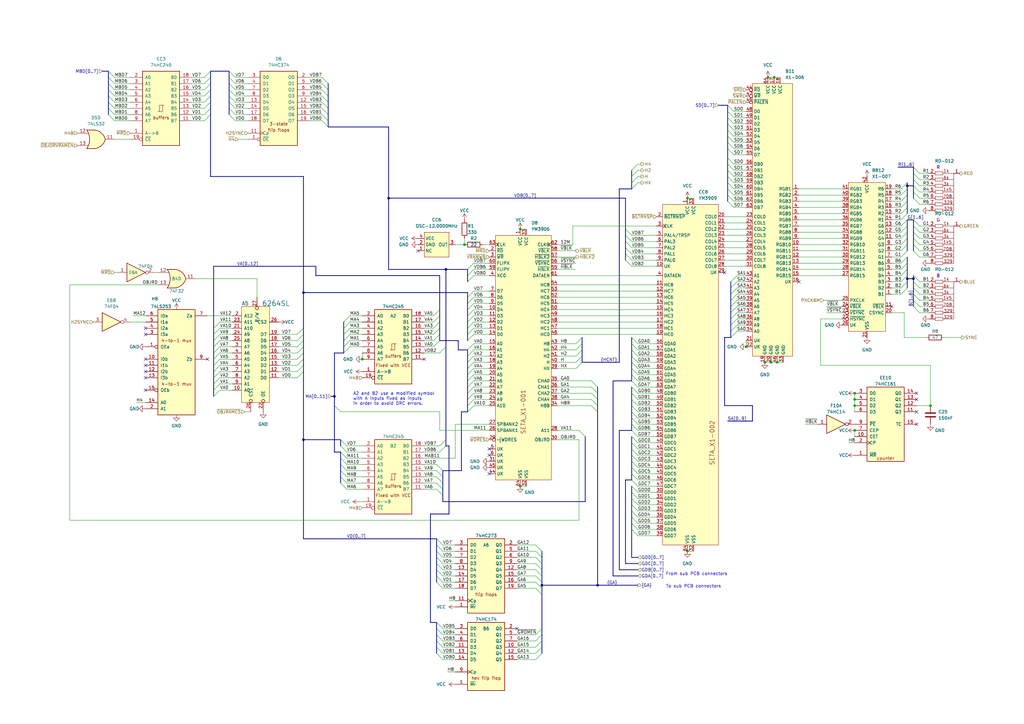
<source format=kicad_sch>
(kicad_sch (version 20230121) (generator eeschema)
  (paper "A3")
  (title_block (title "The NewZealand Story - P0-043A") (date "2024-04-07") (company "Ulf Skutnabba, twitter @skutis77"))
  (bus_alias "GA" (members "GA[0..2]" "H8R" "GA[4..16]" "~{GROMEN}"))
  (bus_alias "HCNT" (members "HX" "H" "H2" "H4" "H8"))
  (junction (at 190.5 100.33))
  (junction (at 159.385 81.28))
  (junction (at 350.52 176.53))
  (junction (at 148.59 147.32))
  (junction (at 350.52 166.37))
  (junction (at 124.46 180.34))
  (junction (at 281.94 226.06))
  (junction (at 124.46 120.015))
  (junction (at 306.07 142.24))
  (junction (at 374.65 114.3))
  (junction (at 314.96 31.75))
  (junction (at 313.69 148.59))
  (junction (at 281.94 81.28))
  (junction (at 372.11 114.3))
  (junction (at 213.36 199.39))
  (junction (at 245.11 240.03))
  (junction (at 372.11 76.2))
  (junction (at 350.52 161.29))
  (junction (at 182.88 110.49))
  (junction (at 318.77 148.59))
  (junction (at 316.23 148.59))
  (junction (at 137.16 162.56))
  (junction (at 213.36 93.98))
  (junction (at 222.25 240.03))
  (junction (at 381.635 166.37))
  (junction (at 317.5 31.75))
  (junction (at 350.52 163.83))
  (no_connect (at 375.92 168.91))
  (no_connect (at 85.09 147.32))
  (no_connect (at 59.69 147.32))
  (no_connect (at 375.92 161.29))
  (no_connect (at 59.69 160.02))
  (no_connect (at 59.69 134.62))
  (no_connect (at 375.92 163.83))
  (no_connect (at 171.45 102.87))
  (no_connect (at 375.92 173.99))
  (no_connect (at 200.66 184.15))
  (no_connect (at 297.18 111.76))
  (no_connect (at 173.99 147.32))
  (no_connect (at 365.76 125.73))
  (no_connect (at 59.69 152.4))
  (no_connect (at 59.69 154.94))
  (no_connect (at 200.66 186.69))
  (no_connect (at 327.66 115.57))
  (no_connect (at 59.69 149.86))
  (no_connect (at 212.09 257.81))
  (no_connect (at 59.69 137.16))
  (no_connect (at 200.66 194.31))
  (bus_entry (at 256.54 101.6) (size 2.54 2.54))
  (bus_entry (at 121.92 144.78) (size 2.54 -2.54))
  (bus_entry (at 259.08 184.15) (size 2.54 2.54))
  (bus_entry (at 259.08 143.51) (size 2.54 2.54))
  (bus_entry (at 299.72 125.73) (size 2.54 -2.54))
  (bus_entry (at 369.57 77.47) (size 2.54 -2.54))
  (bus_entry (at 93.98 34.29) (size 2.54 2.54))
  (bus_entry (at 191.77 161.29) (size 2.54 -2.54))
  (bus_entry (at 132.08 49.53) (size 2.54 2.54))
  (bus_entry (at 44.45 46.99) (size 2.54 2.54))
  (bus_entry (at 219.71 233.68) (size 2.54 2.54))
  (bus_entry (at 259.08 69.85) (size 2.54 -2.54))
  (bus_entry (at 242.57 163.83) (size 2.54 2.54))
  (bus_entry (at 139.7 198.12) (size 2.54 2.54))
  (bus_entry (at 179.07 231.14) (size 2.54 2.54))
  (bus_entry (at 242.57 156.21) (size 2.54 2.54))
  (bus_entry (at 298.45 55.88) (size 2.54 2.54))
  (bus_entry (at 259.08 199.39) (size 2.54 2.54))
  (bus_entry (at 177.8 132.08) (size 2.54 -2.54))
  (bus_entry (at 191.77 168.91) (size 2.54 -2.54))
  (bus_entry (at 179.07 226.06) (size 2.54 2.54))
  (bus_entry (at 132.08 46.99) (size 2.54 2.54))
  (bus_entry (at 259.08 148.59) (size 2.54 2.54))
  (bus_entry (at 369.57 100.33) (size 2.54 -2.54))
  (bus_entry (at 179.07 238.76) (size 2.54 2.54))
  (bus_entry (at 374.65 113.03) (size 2.54 2.54))
  (bus_entry (at 179.07 190.5) (size 2.54 2.54))
  (bus_entry (at 177.8 137.16) (size 2.54 -2.54))
  (bus_entry (at 299.72 130.81) (size 2.54 -2.54))
  (bus_entry (at 369.57 97.79) (size 2.54 -2.54))
  (bus_entry (at 93.98 46.99) (size 2.54 2.54))
  (bus_entry (at 259.08 194.31) (size 2.54 2.54))
  (bus_entry (at 132.08 34.29) (size 2.54 2.54))
  (bus_entry (at 194.31 107.95) (size -2.54 2.54))
  (bus_entry (at 180.34 185.42) (size 2.54 -2.54))
  (bus_entry (at 140.97 144.78) (size 2.54 -2.54))
  (bus_entry (at 374.65 71.12) (size 2.54 2.54))
  (bus_entry (at 259.08 201.93) (size 2.54 2.54))
  (bus_entry (at 259.08 163.83) (size 2.54 2.54))
  (bus_entry (at 194.31 110.49) (size -2.54 2.54))
  (bus_entry (at 374.65 95.25) (size 2.54 2.54))
  (bus_entry (at 179.07 267.97) (size 2.54 2.54))
  (bus_entry (at 191.77 124.46) (size 2.54 -2.54))
  (bus_entry (at 87.63 142.24) (size 2.54 -2.54))
  (bus_entry (at 44.45 36.83) (size 2.54 2.54))
  (bus_entry (at 191.77 121.92) (size 2.54 -2.54))
  (bus_entry (at 374.65 92.71) (size 2.54 2.54))
  (bus_entry (at 299.72 123.19) (size 2.54 -2.54))
  (bus_entry (at 259.08 189.23) (size 2.54 2.54))
  (bus_entry (at 191.77 158.75) (size 2.54 -2.54))
  (bus_entry (at 256.54 106.68) (size 2.54 2.54))
  (bus_entry (at 191.77 156.21) (size 2.54 -2.54))
  (bus_entry (at 179.07 223.52) (size 2.54 2.54))
  (bus_entry (at 83.82 41.91) (size 2.54 -2.54))
  (bus_entry (at 191.77 129.54) (size 2.54 -2.54))
  (bus_entry (at 83.82 49.53) (size 2.54 -2.54))
  (bus_entry (at 374.65 68.58) (size 2.54 2.54))
  (bus_entry (at 236.22 140.97) (size 2.54 -2.54))
  (bus_entry (at 177.8 142.24) (size 2.54 -2.54))
  (bus_entry (at 259.08 146.05) (size 2.54 2.54))
  (bus_entry (at 369.57 105.41) (size 2.54 -2.54))
  (bus_entry (at 219.71 228.6) (size 2.54 2.54))
  (bus_entry (at 179.07 260.35) (size 2.54 2.54))
  (bus_entry (at 137.16 166.37) (size 2.54 2.54))
  (bus_entry (at 44.45 44.45) (size 2.54 2.54))
  (bus_entry (at 299.72 115.57) (size 2.54 -2.54))
  (bus_entry (at 374.65 97.79) (size 2.54 2.54))
  (bus_entry (at 191.77 137.16) (size 2.54 -2.54))
  (bus_entry (at 132.08 41.91) (size 2.54 2.54))
  (bus_entry (at 140.97 137.16) (size 2.54 -2.54))
  (bus_entry (at 369.57 92.71) (size 2.54 -2.54))
  (bus_entry (at 191.77 153.67) (size 2.54 -2.54))
  (bus_entry (at 298.45 69.85) (size 2.54 2.54))
  (bus_entry (at 298.45 53.34) (size 2.54 2.54))
  (bus_entry (at 132.08 36.83) (size 2.54 2.54))
  (bus_entry (at 87.63 144.78) (size 2.54 -2.54))
  (bus_entry (at 259.08 191.77) (size 2.54 2.54))
  (bus_entry (at 298.45 58.42) (size 2.54 2.54))
  (bus_entry (at 259.08 209.55) (size 2.54 2.54))
  (bus_entry (at 87.63 149.86) (size 2.54 -2.54))
  (bus_entry (at 87.63 139.7) (size 2.54 -2.54))
  (bus_entry (at 44.45 39.37) (size 2.54 2.54))
  (bus_entry (at 256.54 93.98) (size 2.54 2.54))
  (bus_entry (at 298.45 64.77) (size 2.54 2.54))
  (bus_entry (at 237.49 176.53) (size 2.54 2.54))
  (bus_entry (at 191.77 151.13) (size 2.54 -2.54))
  (bus_entry (at 242.57 158.75) (size 2.54 2.54))
  (bus_entry (at 259.08 168.91) (size 2.54 2.54))
  (bus_entry (at 259.08 171.45) (size 2.54 2.54))
  (bus_entry (at 121.92 147.32) (size 2.54 -2.54))
  (bus_entry (at 139.7 185.42) (size 2.54 2.54))
  (bus_entry (at 374.65 123.19) (size 2.54 2.54))
  (bus_entry (at 256.54 104.14) (size 2.54 2.54))
  (bus_entry (at 219.71 226.06) (size 2.54 2.54))
  (bus_entry (at 219.71 260.35) (size 2.54 -2.54))
  (bus_entry (at 179.07 265.43) (size 2.54 2.54))
  (bus_entry (at 259.08 156.21) (size 2.54 2.54))
  (bus_entry (at 121.92 137.16) (size 2.54 -2.54))
  (bus_entry (at 259.08 186.69) (size 2.54 2.54))
  (bus_entry (at 93.98 44.45) (size 2.54 2.54))
  (bus_entry (at 87.63 134.62) (size 2.54 -2.54))
  (bus_entry (at 179.07 255.27) (size 2.54 2.54))
  (bus_entry (at 177.8 134.62) (size 2.54 -2.54))
  (bus_entry (at 219.71 270.51) (size 2.54 -2.54))
  (bus_entry (at 179.07 193.04) (size 2.54 2.54))
  (bus_entry (at 299.72 135.89) (size 2.54 -2.54))
  (bus_entry (at 219.71 238.76) (size 2.54 2.54))
  (bus_entry (at 132.08 31.75) (size 2.54 2.54))
  (bus_entry (at 374.65 81.28) (size 2.54 2.54))
  (bus_entry (at 194.31 113.03) (size -2.54 2.54))
  (bus_entry (at 374.65 100.33) (size 2.54 2.54))
  (bus_entry (at 121.92 154.94) (size 2.54 -2.54))
  (bus_entry (at 298.45 82.55) (size 2.54 2.54))
  (bus_entry (at 179.07 257.81) (size 2.54 2.54))
  (bus_entry (at 191.77 146.05) (size 2.54 -2.54))
  (bus_entry (at 132.08 39.37) (size 2.54 2.54))
  (bus_entry (at 83.82 39.37) (size 2.54 -2.54))
  (bus_entry (at 83.82 31.75) (size 2.54 -2.54))
  (bus_entry (at 83.82 34.29) (size 2.54 -2.54))
  (bus_entry (at 83.82 36.83) (size 2.54 -2.54))
  (bus_entry (at 369.57 110.49) (size 2.54 -2.54))
  (bus_entry (at 374.65 118.11) (size 2.54 2.54))
  (bus_entry (at 242.57 161.29) (size 2.54 2.54))
  (bus_entry (at 179.07 262.89) (size 2.54 2.54))
  (bus_entry (at 177.8 139.7) (size 2.54 -2.54))
  (bus_entry (at 298.45 60.96) (size 2.54 2.54))
  (bus_entry (at 374.65 76.2) (size 2.54 2.54))
  (bus_entry (at 219.71 265.43) (size 2.54 -2.54))
  (bus_entry (at 87.63 157.48) (size 2.54 -2.54))
  (bus_entry (at 259.08 74.93) (size 2.54 -2.54))
  (bus_entry (at 298.45 77.47) (size 2.54 2.54))
  (bus_entry (at 259.08 158.75) (size 2.54 2.54))
  (bus_entry (at 179.07 195.58) (size 2.54 2.54))
  (bus_entry (at 140.97 139.7) (size 2.54 -2.54))
  (bus_entry (at 259.08 181.61) (size 2.54 2.54))
  (bus_entry (at 299.72 128.27) (size 2.54 -2.54))
  (bus_entry (at 83.82 46.99) (size 2.54 -2.54))
  (bus_entry (at 259.08 176.53) (size 2.54 2.54))
  (bus_entry (at 180.34 144.78) (size 2.54 -2.54))
  (bus_entry (at 191.77 163.83) (size 2.54 -2.54))
  (bus_entry (at 219.71 262.89) (size 2.54 -2.54))
  (bus_entry (at 191.77 127) (size 2.54 -2.54))
  (bus_entry (at 369.57 107.95) (size 2.54 -2.54))
  (bus_entry (at 139.7 182.88) (size 2.54 2.54))
  (bus_entry (at 140.97 142.24) (size 2.54 -2.54))
  (bus_entry (at 219.71 241.3) (size 2.54 2.54))
  (bus_entry (at 259.08 214.63) (size 2.54 2.54))
  (bus_entry (at 374.65 115.57) (size 2.54 2.54))
  (bus_entry (at 219.71 267.97) (size 2.54 -2.54))
  (bus_entry (at 369.57 82.55) (size 2.54 -2.54))
  (bus_entry (at 259.08 173.99) (size 2.54 2.54))
  (bus_entry (at 369.57 118.11) (size 2.54 -2.54))
  (bus_entry (at 259.08 72.39) (size 2.54 -2.54))
  (bus_entry (at 179.07 228.6) (size 2.54 2.54))
  (bus_entry (at 298.45 74.93) (size 2.54 2.54))
  (bus_entry (at 93.98 31.75) (size 2.54 2.54))
  (bus_entry (at 369.57 102.87) (size 2.54 -2.54))
  (bus_entry (at 179.07 236.22) (size 2.54 2.54))
  (bus_entry (at 139.7 193.04) (size 2.54 2.54))
  (bus_entry (at 298.45 45.72) (size 2.54 2.54))
  (bus_entry (at 87.63 147.32) (size 2.54 -2.54))
  (bus_entry (at 191.77 148.59) (size 2.54 -2.54))
  (bus_entry (at 179.07 198.12) (size 2.54 2.54))
  (bus_entry (at 298.45 50.8) (size 2.54 2.54))
  (bus_entry (at 140.97 132.08) (size 2.54 -2.54))
  (bus_entry (at 87.63 162.56) (size 2.54 -2.54))
  (bus_entry (at 121.92 149.86) (size 2.54 -2.54))
  (bus_entry (at 236.22 146.05) (size 2.54 -2.54))
  (bus_entry (at 369.57 95.25) (size 2.54 -2.54))
  (bus_entry (at 139.7 190.5) (size 2.54 2.54))
  (bus_entry (at 219.71 231.14) (size 2.54 2.54))
  (bus_entry (at 298.45 80.01) (size 2.54 2.54))
  (bus_entry (at 180.34 182.88) (size 2.54 -2.54))
  (bus_entry (at 139.7 195.58) (size 2.54 2.54))
  (bus_entry (at 219.71 236.22) (size 2.54 2.54))
  (bus_entry (at 374.65 73.66) (size 2.54 2.54))
  (bus_entry (at 191.77 132.08) (size 2.54 -2.54))
  (bus_entry (at 242.57 166.37) (size 2.54 2.54))
  (bus_entry (at 191.77 134.62) (size 2.54 -2.54))
  (bus_entry (at 259.08 204.47) (size 2.54 2.54))
  (bus_entry (at 132.08 44.45) (size 2.54 2.54))
  (bus_entry (at 374.65 90.17) (size 2.54 2.54))
  (bus_entry (at 191.77 166.37) (size 2.54 -2.54))
  (bus_entry (at 259.08 77.47) (size 2.54 -2.54))
  (bus_entry (at 369.57 90.17) (size 2.54 -2.54))
  (bus_entry (at 259.08 153.67) (size 2.54 2.54))
  (bus_entry (at 256.54 96.52) (size 2.54 2.54))
  (bus_entry (at 83.82 44.45) (size 2.54 -2.54))
  (bus_entry (at 236.22 148.59) (size 2.54 -2.54))
  (bus_entry (at 87.63 152.4) (size 2.54 -2.54))
  (bus_entry (at 87.63 154.94) (size 2.54 -2.54))
  (bus_entry (at 298.45 43.18) (size 2.54 2.54))
  (bus_entry (at 121.92 139.7) (size 2.54 -2.54))
  (bus_entry (at 256.54 99.06) (size 2.54 2.54))
  (bus_entry (at 179.07 200.66) (size 2.54 2.54))
  (bus_entry (at 236.22 151.13) (size 2.54 -2.54))
  (bus_entry (at 369.57 115.57) (size 2.54 -2.54))
  (bus_entry (at 179.07 220.98) (size 2.54 2.54))
  (bus_entry (at 44.45 41.91) (size 2.54 2.54))
  (bus_entry (at 374.65 120.65) (size 2.54 2.54))
  (bus_entry (at 374.65 78.74) (size 2.54 2.54))
  (bus_entry (at 259.08 161.29) (size 2.54 2.54))
  (bus_entry (at 369.57 120.65) (size 2.54 -2.54))
  (bus_entry (at 139.7 180.34) (size 2.54 2.54))
  (bus_entry (at 236.22 143.51) (size 2.54 -2.54))
  (bus_entry (at 259.08 217.17) (size 2.54 2.54))
  (bus_entry (at 299.72 133.35) (size 2.54 -2.54))
  (bus_entry (at 191.77 143.51) (size 2.54 -2.54))
  (bus_entry (at 93.98 41.91) (size 2.54 2.54))
  (bus_entry (at 259.08 179.07) (size 2.54 2.54))
  (bus_entry (at 259.08 166.37) (size 2.54 2.54))
  (bus_entry (at 179.07 233.68) (size 2.54 2.54))
  (bus_entry (at 259.08 138.43) (size 2.54 2.54))
  (bus_entry (at 177.8 129.54) (size 2.54 -2.54))
  (bus_entry (at 369.57 113.03) (size 2.54 -2.54))
  (bus_entry (at 87.63 137.16) (size 2.54 -2.54))
  (bus_entry (at 121.92 152.4) (size 2.54 -2.54))
  (bus_entry (at 219.71 223.52) (size 2.54 2.54))
  (bus_entry (at 259.08 151.13) (size 2.54 2.54))
  (bus_entry (at 298.45 67.31) (size 2.54 2.54))
  (bus_entry (at 374.65 125.73) (size 2.54 2.54))
  (bus_entry (at 299.72 118.11) (size 2.54 -2.54))
  (bus_entry (at 93.98 29.21) (size 2.54 2.54))
  (bus_entry (at 259.08 140.97) (size 2.54 2.54))
  (bus_entry (at 93.98 36.83) (size 2.54 2.54))
  (bus_entry (at 374.65 102.87) (size 2.54 2.54))
  (bus_entry (at 191.77 139.7) (size 2.54 -2.54))
  (bus_entry (at 93.98 39.37) (size 2.54 2.54))
  (bus_entry (at 369.57 87.63) (size 2.54 -2.54))
  (bus_entry (at 298.45 48.26) (size 2.54 2.54))
  (bus_entry (at 44.45 34.29) (size 2.54 2.54))
  (bus_entry (at 299.72 138.43) (size 2.54 -2.54))
  (bus_entry (at 44.45 29.21) (size 2.54 2.54))
  (bus_entry (at 259.08 196.85) (size 2.54 2.54))
  (bus_entry (at 139.7 187.96) (size 2.54 2.54))
  (bus_entry (at 121.92 142.24) (size 2.54 -2.54))
  (bus_entry (at 87.63 160.02) (size 2.54 -2.54))
  (bus_entry (at 369.57 85.09) (size 2.54 -2.54))
  (bus_entry (at 259.08 207.01) (size 2.54 2.54))
  (bus_entry (at 259.08 212.09) (size 2.54 2.54))
  (bus_entry (at 299.72 120.65) (size 2.54 -2.54))
  (bus_entry (at 44.45 31.75) (size 2.54 2.54))
  (bus_entry (at 369.57 80.01) (size 2.54 -2.54))
  (bus_entry (at 298.45 72.39) (size 2.54 2.54))
  (bus_entry (at 140.97 134.62) (size 2.54 -2.54))
  (wire (pts (xy 300.99 63.5) (xy 306.07 63.5)))
  (wire (pts (xy 194.31 163.83) (xy 200.66 163.83)))
  (bus (pts (xy 134.62 49.53) (xy 134.62 52.07)))
  (bus (pts (xy 191.77 168.91) (xy 189.23 168.91)))
  (bus (pts (xy 44.45 41.91) (xy 44.45 39.37)))
  (bus (pts (xy 308.61 166.37) (xy 308.61 172.72)))
  (bus (pts (xy 222.25 260.35) (xy 222.25 262.89)))
  (bus (pts (xy 298.45 48.26) (xy 298.45 50.8)))
  (wire (pts (xy 377.19 92.71) (xy 381 92.71)))
  (wire (pts (xy 365.76 107.95) (xy 369.57 107.95)))
  (wire (pts (xy 181.61 231.14) (xy 186.69 231.14)))
  (bus (pts (xy 299.72 133.35) (xy 299.72 135.89)))
  (bus (pts (xy 245.11 166.37) (xy 245.11 168.91)))
  (bus (pts (xy 191.77 132.08) (xy 191.77 134.62)))
  (wire (pts (xy 54.61 129.54) (xy 59.69 129.54)))
  (wire (pts (xy 261.62 69.85) (xy 262.89 69.85)))
  (wire (pts (xy 78.74 31.75) (xy 83.82 31.75)))
  (bus (pts (xy 372.11 110.49) (xy 372.11 113.03)))
  (bus (pts (xy 124.46 220.98) (xy 124.46 180.34)))
  (bus (pts (xy 124.46 72.39) (xy 86.36 72.39)))
  (bus (pts (xy 44.45 31.75) (xy 44.45 29.21)))
  (wire (pts (xy 90.17 134.62) (xy 95.25 134.62)))
  (bus (pts (xy 299.72 120.65) (xy 299.72 123.19)))
  (wire (pts (xy 317.5 31.75) (xy 320.04 31.75)))
  (wire (pts (xy 300.99 67.31) (xy 306.07 67.31)))
  (wire (pts (xy 198.12 100.33) (xy 200.66 100.33)))
  (bus (pts (xy 374.65 78.74) (xy 374.65 81.28)))
  (wire (pts (xy 302.26 135.89) (xy 306.07 135.89)))
  (wire (pts (xy 194.31 134.62) (xy 200.66 134.62)))
  (bus (pts (xy 298.45 67.31) (xy 298.45 69.85)))
  (bus (pts (xy 182.88 182.88) (xy 184.15 182.88)))
  (bus (pts (xy 374.65 71.12) (xy 374.65 73.66)))
  (wire (pts (xy 194.31 107.95) (xy 200.66 107.95)))
  (wire (pts (xy 327.66 107.95) (xy 345.44 107.95)))
  (wire (pts (xy 228.6 113.03) (xy 269.24 113.03)))
  (wire (pts (xy 194.31 121.92) (xy 200.66 121.92)))
  (wire (pts (xy 302.26 123.19) (xy 306.07 123.19)))
  (bus (pts (xy 159.385 81.28) (xy 256.54 81.28)))
  (bus (pts (xy 87.63 157.48) (xy 87.63 160.02)))
  (wire (pts (xy 127 41.91) (xy 132.08 41.91)))
  (wire (pts (xy 173.99 187.96) (xy 186.69 187.96)))
  (bus (pts (xy 180.34 137.16) (xy 180.34 139.7)))
  (bus (pts (xy 259.08 171.45) (xy 259.08 173.99)))
  (bus (pts (xy 87.63 147.32) (xy 87.63 149.86)))
  (bus (pts (xy 140.97 139.7) (xy 140.97 142.24)))
  (bus (pts (xy 374.65 100.33) (xy 374.65 102.87)))
  (bus (pts (xy 259.08 204.47) (xy 259.08 207.01)))
  (bus (pts (xy 259.08 140.97) (xy 259.08 143.51)))
  (bus (pts (xy 222.25 265.43) (xy 222.25 267.97)))
  (bus (pts (xy 180.34 132.08) (xy 180.34 134.62)))
  (wire (pts (xy 228.6 146.05) (xy 236.22 146.05)))
  (wire (pts (xy 365.76 100.33) (xy 369.57 100.33)))
  (wire (pts (xy 300.99 82.55) (xy 306.07 82.55)))
  (wire (pts (xy 261.62 171.45) (xy 269.24 171.45)))
  (wire (pts (xy 365.76 128.27) (xy 370.84 128.27)))
  (wire (pts (xy 173.99 193.04) (xy 179.07 193.04)))
  (bus (pts (xy 134.62 39.37) (xy 134.62 41.91)))
  (bus (pts (xy 222.25 257.81) (xy 222.25 260.35)))
  (wire (pts (xy 327.66 95.25) (xy 345.44 95.25)))
  (bus (pts (xy 124.46 144.78) (xy 124.46 147.32)))
  (bus (pts (xy 191.77 148.59) (xy 191.77 146.05)))
  (bus (pts (xy 256.54 231.14) (xy 261.62 231.14)))
  (wire (pts (xy 377.19 76.2) (xy 381 76.2)))
  (wire (pts (xy 377.19 100.33) (xy 381 100.33)))
  (wire (pts (xy 114.3 144.78) (xy 121.92 144.78)))
  (bus (pts (xy 179.07 260.35) (xy 179.07 262.89)))
  (bus (pts (xy 180.34 134.62) (xy 180.34 137.16)))
  (wire (pts (xy 212.09 270.51) (xy 219.71 270.51)))
  (wire (pts (xy 336.55 130.81) (xy 336.55 149.86)))
  (bus (pts (xy 374.65 68.58) (xy 374.65 71.12)))
  (wire (pts (xy 377.19 115.57) (xy 381 115.57)))
  (wire (pts (xy 228.6 127) (xy 269.24 127)))
  (wire (pts (xy 181.61 260.35) (xy 186.69 260.35)))
  (bus (pts (xy 299.72 118.11) (xy 299.72 120.65)))
  (wire (pts (xy 143.51 142.24) (xy 148.59 142.24)))
  (wire (pts (xy 377.19 123.19) (xy 381 123.19)))
  (wire (pts (xy 194.31 158.75) (xy 200.66 158.75)))
  (wire (pts (xy 394.335 138.43) (xy 387.35 138.43)))
  (bus (pts (xy 182.88 110.49) (xy 159.385 110.49)))
  (bus (pts (xy 179.07 223.52) (xy 179.07 220.98)))
  (bus (pts (xy 191.77 158.75) (xy 191.77 156.21)))
  (bus (pts (xy 129.54 113.03) (xy 129.54 109.22)))
  (bus (pts (xy 179.07 233.68) (xy 179.07 231.14)))
  (bus (pts (xy 299.72 128.27) (xy 299.72 130.81)))
  (bus (pts (xy 298.45 64.77) (xy 298.45 67.31)))
  (wire (pts (xy 114.3 147.32) (xy 121.92 147.32)))
  (bus (pts (xy 298.45 77.47) (xy 298.45 80.01)))
  (bus (pts (xy 124.46 147.32) (xy 124.46 149.86)))
  (wire (pts (xy 261.62 212.09) (xy 269.24 212.09)))
  (bus (pts (xy 191.77 151.13) (xy 191.77 148.59)))
  (wire (pts (xy 261.62 176.53) (xy 269.24 176.53)))
  (wire (pts (xy 90.17 142.24) (xy 95.25 142.24)))
  (wire (pts (xy 345.44 130.81) (xy 336.55 130.81)))
  (bus (pts (xy 372.11 92.71) (xy 372.11 90.17)))
  (wire (pts (xy 300.99 58.42) (xy 306.07 58.42)))
  (bus (pts (xy 44.45 46.99) (xy 44.45 44.45)))
  (bus (pts (xy 139.7 187.96) (xy 139.7 190.5)))
  (bus (pts (xy 298.45 45.72) (xy 298.45 48.26)))
  (wire (pts (xy 46.99 44.45) (xy 53.34 44.45)))
  (bus (pts (xy 159.385 81.28) (xy 159.385 110.49)))
  (bus (pts (xy 87.63 154.94) (xy 87.63 157.48)))
  (wire (pts (xy 261.62 219.71) (xy 269.24 219.71)))
  (wire (pts (xy 173.99 139.7) (xy 177.8 139.7)))
  (bus (pts (xy 124.46 142.24) (xy 124.46 144.78)))
  (wire (pts (xy 261.62 67.31) (xy 262.89 67.31)))
  (bus (pts (xy 179.07 238.76) (xy 179.07 236.22)))
  (wire (pts (xy 80.01 114.3) (xy 105.41 114.3)))
  (wire (pts (xy 261.62 217.17) (xy 269.24 217.17)))
  (bus (pts (xy 299.72 130.81) (xy 299.72 133.35)))
  (bus (pts (xy 259.08 153.67) (xy 259.08 156.21)))
  (wire (pts (xy 186.69 187.96) (xy 186.69 173.99)))
  (wire (pts (xy 46.99 57.15) (xy 53.34 57.15)))
  (wire (pts (xy 173.99 129.54) (xy 177.8 129.54)))
  (wire (pts (xy 261.62 191.77) (xy 269.24 191.77)))
  (wire (pts (xy 173.99 185.42) (xy 180.34 185.42)))
  (wire (pts (xy 377.19 83.82) (xy 381 83.82)))
  (wire (pts (xy 327.66 102.87) (xy 345.44 102.87)))
  (wire (pts (xy 181.61 228.6) (xy 186.69 228.6)))
  (bus (pts (xy 259.08 138.43) (xy 259.08 140.97)))
  (wire (pts (xy 316.23 148.59) (xy 318.77 148.59)))
  (wire (pts (xy 330.2 173.99) (xy 335.28 173.99)))
  (wire (pts (xy 261.62 184.15) (xy 269.24 184.15)))
  (bus (pts (xy 245.11 240.03) (xy 261.62 240.03)))
  (bus (pts (xy 191.77 156.21) (xy 191.77 153.67)))
  (wire (pts (xy 181.61 270.51) (xy 186.69 270.51)))
  (wire (pts (xy 327.66 97.79) (xy 345.44 97.79)))
  (bus (pts (xy 238.76 138.43) (xy 238.76 140.97)))
  (wire (pts (xy 181.61 241.3) (xy 186.69 241.3)))
  (wire (pts (xy 259.08 109.22) (xy 269.24 109.22)))
  (wire (pts (xy 300.99 53.34) (xy 306.07 53.34)))
  (bus (pts (xy 181.61 195.58) (xy 181.61 198.12)))
  (bus (pts (xy 298.45 58.42) (xy 298.45 60.96)))
  (bus (pts (xy 222.25 233.68) (xy 222.25 236.22)))
  (wire (pts (xy 142.24 200.66) (xy 148.59 200.66)))
  (bus (pts (xy 179.07 262.89) (xy 179.07 265.43)))
  (wire (pts (xy 142.24 182.88) (xy 148.59 182.88)))
  (wire (pts (xy 183.515 275.59) (xy 186.69 275.59)))
  (bus (pts (xy 87.63 137.16) (xy 87.63 139.7)))
  (bus (pts (xy 372.11 105.41) (xy 372.11 107.95)))
  (wire (pts (xy 90.17 144.78) (xy 95.25 144.78)))
  (wire (pts (xy 28.575 213.36) (xy 237.49 213.36)))
  (bus (pts (xy 139.7 180.34) (xy 124.46 180.34)))
  (bus (pts (xy 374.65 114.3) (xy 374.65 115.57)))
  (bus (pts (xy 256.54 196.85) (xy 256.54 231.14)))
  (bus (pts (xy 372.11 113.03) (xy 372.11 114.3)))
  (wire (pts (xy 365.76 113.03) (xy 369.57 113.03)))
  (bus (pts (xy 256.54 96.52) (xy 256.54 93.98)))
  (wire (pts (xy 90.17 147.32) (xy 95.25 147.32)))
  (bus (pts (xy 44.45 36.83) (xy 44.45 34.29)))
  (bus (pts (xy 180.34 127) (xy 180.34 113.03)))
  (bus (pts (xy 240.03 179.07) (xy 240.03 205.74)))
  (wire (pts (xy 194.31 124.46) (xy 200.66 124.46)))
  (bus (pts (xy 374.65 113.03) (xy 374.65 114.3)))
  (wire (pts (xy 173.99 182.88) (xy 180.34 182.88)))
  (wire (pts (xy 261.62 153.67) (xy 269.24 153.67)))
  (wire (pts (xy 90.17 132.08) (xy 95.25 132.08)))
  (bus (pts (xy 222.25 238.76) (xy 222.25 240.03)))
  (wire (pts (xy 114.3 139.7) (xy 121.92 139.7)))
  (wire (pts (xy 194.31 110.49) (xy 200.66 110.49)))
  (bus (pts (xy 372.11 95.25) (xy 372.11 92.71)))
  (wire (pts (xy 261.62 163.83) (xy 269.24 163.83)))
  (bus (pts (xy 254 176.53) (xy 259.08 176.53)))
  (bus (pts (xy 159.385 52.07) (xy 134.62 52.07)))
  (bus (pts (xy 86.36 31.75) (xy 86.36 34.29)))
  (bus (pts (xy 259.08 184.15) (xy 259.08 186.69)))
  (bus (pts (xy 259.08 69.85) (xy 259.08 72.39)))
  (wire (pts (xy 97.79 57.15) (xy 101.6 57.15)))
  (wire (pts (xy 90.17 149.86) (xy 95.25 149.86)))
  (bus (pts (xy 238.76 143.51) (xy 238.76 146.05)))
  (wire (pts (xy 63.5 111.76) (xy 64.77 111.76)))
  (wire (pts (xy 300.99 50.8) (xy 306.07 50.8)))
  (bus (pts (xy 180.34 139.7) (xy 187.96 139.7)))
  (wire (pts (xy 300.99 80.01) (xy 306.07 80.01)))
  (bus (pts (xy 245.11 163.83) (xy 245.11 166.37)))
  (wire (pts (xy 181.61 236.22) (xy 186.69 236.22)))
  (wire (pts (xy 143.51 134.62) (xy 148.59 134.62)))
  (bus (pts (xy 294.64 43.18) (xy 298.45 43.18)))
  (bus (pts (xy 256.54 101.6) (xy 256.54 99.06)))
  (wire (pts (xy 186.69 173.99) (xy 200.66 173.99)))
  (bus (pts (xy 222.25 240.03) (xy 222.25 241.3)))
  (wire (pts (xy 228.6 137.16) (xy 269.24 137.16)))
  (wire (pts (xy 186.69 100.33) (xy 190.5 100.33)))
  (wire (pts (xy 327.66 100.33) (xy 345.44 100.33)))
  (wire (pts (xy 90.17 152.4) (xy 95.25 152.4)))
  (bus (pts (xy 256.54 104.14) (xy 256.54 101.6)))
  (bus (pts (xy 245.11 161.29) (xy 245.11 163.83)))
  (wire (pts (xy 143.51 137.16) (xy 148.59 137.16)))
  (wire (pts (xy 105.41 114.3) (xy 105.41 121.92)))
  (wire (pts (xy 212.09 233.68) (xy 219.71 233.68)))
  (bus (pts (xy 134.62 46.99) (xy 134.62 49.53)))
  (bus (pts (xy 86.36 46.99) (xy 86.36 72.39)))
  (bus (pts (xy 191.77 121.92) (xy 191.77 124.46)))
  (bus (pts (xy 299.72 138.43) (xy 297.18 138.43)))
  (wire (pts (xy 181.61 238.76) (xy 186.69 238.76)))
  (wire (pts (xy 237.49 180.34) (xy 237.49 213.36)))
  (wire (pts (xy 194.31 137.16) (xy 200.66 137.16)))
  (wire (pts (xy 365.76 118.11) (xy 369.57 118.11)))
  (wire (pts (xy 194.31 151.13) (xy 200.66 151.13)))
  (bus (pts (xy 137.16 166.37) (xy 137.16 185.42)))
  (bus (pts (xy 124.46 149.86) (xy 124.46 152.4)))
  (wire (pts (xy 90.17 154.94) (xy 95.25 154.94)))
  (wire (pts (xy 194.31 113.03) (xy 200.66 113.03)))
  (wire (pts (xy 181.61 226.06) (xy 186.69 226.06)))
  (bus (pts (xy 259.08 228.6) (xy 261.62 228.6)))
  (wire (pts (xy 297.18 91.44) (xy 306.07 91.44)))
  (bus (pts (xy 191.77 115.57) (xy 191.77 113.03)))
  (wire (pts (xy 297.18 99.06) (xy 306.07 99.06)))
  (bus (pts (xy 259.08 194.31) (xy 259.08 196.85)))
  (bus (pts (xy 191.77 146.05) (xy 191.77 143.51)))
  (wire (pts (xy 228.6 176.53) (xy 237.49 176.53)))
  (bus (pts (xy 372.11 97.79) (xy 372.11 95.25)))
  (bus (pts (xy 368.3 68.58) (xy 374.65 68.58)))
  (wire (pts (xy 228.6 124.46) (xy 269.24 124.46)))
  (wire (pts (xy 300.99 85.09) (xy 306.07 85.09)))
  (wire (pts (xy 318.77 148.59) (xy 321.31 148.59)))
  (bus (pts (xy 93.98 41.91) (xy 93.98 39.37)))
  (wire (pts (xy 127 36.83) (xy 132.08 36.83)))
  (wire (pts (xy 297.18 104.14) (xy 306.07 104.14)))
  (wire (pts (xy 365.76 110.49) (xy 369.57 110.49)))
  (wire (pts (xy 228.6 116.84) (xy 269.24 116.84)))
  (bus (pts (xy 191.77 166.37) (xy 191.77 163.83)))
  (wire (pts (xy 114.3 149.86) (xy 121.92 149.86)))
  (wire (pts (xy 181.61 265.43) (xy 186.69 265.43)))
  (wire (pts (xy 327.66 87.63) (xy 345.44 87.63)))
  (wire (pts (xy 302.26 120.65) (xy 306.07 120.65)))
  (bus (pts (xy 134.62 36.83) (xy 134.62 39.37)))
  (bus (pts (xy 374.65 118.11) (xy 374.65 120.65)))
  (bus (pts (xy 259.08 179.07) (xy 259.08 181.61)))
  (wire (pts (xy 46.99 46.99) (xy 53.34 46.99)))
  (wire (pts (xy 297.18 93.98) (xy 306.07 93.98)))
  (bus (pts (xy 139.7 182.88) (xy 139.7 180.34)))
  (bus (pts (xy 372.11 76.2) (xy 374.65 76.2)))
  (bus (pts (xy 139.7 195.58) (xy 139.7 198.12)))
  (wire (pts (xy 142.24 193.04) (xy 148.59 193.04)))
  (wire (pts (xy 259.08 101.6) (xy 269.24 101.6)))
  (bus (pts (xy 176.53 255.27) (xy 179.07 255.27)))
  (bus (pts (xy 140.97 137.16) (xy 140.97 139.7)))
  (wire (pts (xy 259.08 106.68) (xy 269.24 106.68)))
  (bus (pts (xy 191.77 161.29) (xy 191.77 158.75)))
  (wire (pts (xy 228.6 100.33) (xy 234.95 100.33)))
  (bus (pts (xy 176.53 210.82) (xy 176.53 255.27)))
  (bus (pts (xy 372.11 115.57) (xy 372.11 118.11)))
  (wire (pts (xy 78.74 46.99) (xy 83.82 46.99)))
  (wire (pts (xy 261.62 143.51) (xy 269.24 143.51)))
  (bus (pts (xy 180.34 113.03) (xy 129.54 113.03)))
  (wire (pts (xy 302.26 113.03) (xy 306.07 113.03)))
  (bus (pts (xy 137.16 185.42) (xy 139.7 185.42)))
  (bus (pts (xy 238.76 140.97) (xy 238.76 143.51)))
  (wire (pts (xy 194.31 132.08) (xy 200.66 132.08)))
  (wire (pts (xy 212.09 228.6) (xy 219.71 228.6)))
  (bus (pts (xy 180.34 129.54) (xy 180.34 132.08)))
  (bus (pts (xy 374.65 120.65) (xy 374.65 123.19)))
  (wire (pts (xy 297.18 88.9) (xy 306.07 88.9)))
  (wire (pts (xy 90.17 139.7) (xy 95.25 139.7)))
  (bus (pts (xy 124.46 120.015) (xy 124.46 72.39)))
  (wire (pts (xy 228.6 143.51) (xy 236.22 143.51)))
  (bus (pts (xy 134.62 44.45) (xy 134.62 46.99)))
  (bus (pts (xy 298.45 80.01) (xy 298.45 82.55)))
  (bus (pts (xy 372.11 107.95) (xy 372.11 110.49)))
  (wire (pts (xy 365.76 80.01) (xy 369.57 80.01)))
  (bus (pts (xy 238.76 146.05) (xy 238.76 148.59)))
  (bus (pts (xy 137.16 144.78) (xy 137.16 162.56)))
  (wire (pts (xy 173.99 134.62) (xy 177.8 134.62)))
  (wire (pts (xy 142.24 198.12) (xy 148.59 198.12)))
  (bus (pts (xy 179.07 226.06) (xy 179.07 223.52)))
  (wire (pts (xy 127 39.37) (xy 132.08 39.37)))
  (wire (pts (xy 28.575 116.84) (xy 64.77 116.84)))
  (wire (pts (xy 377.19 102.87) (xy 381 102.87)))
  (wire (pts (xy 261.62 207.01) (xy 269.24 207.01)))
  (wire (pts (xy 261.62 146.05) (xy 269.24 146.05)))
  (bus (pts (xy 238.76 148.59) (xy 254 148.59)))
  (wire (pts (xy 147.32 205.74) (xy 148.59 205.74)))
  (wire (pts (xy 90.17 160.02) (xy 95.25 160.02)))
  (wire (pts (xy 194.31 143.51) (xy 200.66 143.51)))
  (wire (pts (xy 85.09 129.54) (xy 95.25 129.54)))
  (bus (pts (xy 179.07 228.6) (xy 179.07 226.06)))
  (wire (pts (xy 377.19 97.79) (xy 381 97.79)))
  (bus (pts (xy 87.63 109.22) (xy 129.54 109.22)))
  (bus (pts (xy 124.46 152.4) (xy 124.46 180.34)))
  (bus (pts (xy 191.77 134.62) (xy 191.77 137.16)))
  (wire (pts (xy 300.99 69.85) (xy 306.07 69.85)))
  (bus (pts (xy 191.77 137.16) (xy 191.77 139.7)))
  (wire (pts (xy 127 46.99) (xy 132.08 46.99)))
  (wire (pts (xy 78.74 34.29) (xy 83.82 34.29)))
  (wire (pts (xy 46.99 36.83) (xy 53.34 36.83)))
  (bus (pts (xy 222.25 231.14) (xy 222.25 233.68)))
  (wire (pts (xy 259.08 99.06) (xy 269.24 99.06)))
  (wire (pts (xy 127 49.53) (xy 132.08 49.53)))
  (wire (pts (xy 212.09 260.35) (xy 219.71 260.35)))
  (bus (pts (xy 259.08 196.85) (xy 256.54 196.85)))
  (wire (pts (xy 327.66 105.41) (xy 345.44 105.41)))
  (bus (pts (xy 256.54 81.28) (xy 256.54 93.98)))
  (bus (pts (xy 372.11 82.55) (xy 372.11 85.09)))
  (wire (pts (xy 300.99 60.96) (xy 306.07 60.96)))
  (wire (pts (xy 327.66 77.47) (xy 345.44 77.47)))
  (wire (pts (xy 143.51 132.08) (xy 148.59 132.08)))
  (wire (pts (xy 300.99 48.26) (xy 306.07 48.26)))
  (wire (pts (xy 90.17 157.48) (xy 95.25 157.48)))
  (wire (pts (xy 302.26 133.35) (xy 306.07 133.35)))
  (wire (pts (xy 327.66 113.03) (xy 345.44 113.03)))
  (wire (pts (xy 327.66 82.55) (xy 345.44 82.55)))
  (wire (pts (xy 181.61 262.89) (xy 186.69 262.89)))
  (wire (pts (xy 365.76 87.63) (xy 369.57 87.63)))
  (wire (pts (xy 313.69 148.59) (xy 316.23 148.59)))
  (wire (pts (xy 228.6 156.21) (xy 242.57 156.21)))
  (bus (pts (xy 124.46 139.7) (xy 124.46 142.24)))
  (bus (pts (xy 139.7 190.5) (xy 139.7 193.04)))
  (bus (pts (xy 86.36 44.45) (xy 86.36 46.99)))
  (wire (pts (xy 212.09 241.3) (xy 219.71 241.3)))
  (wire (pts (xy 228.6 166.37) (xy 242.57 166.37)))
  (bus (pts (xy 374.65 76.2) (xy 374.65 78.74)))
  (bus (pts (xy 139.7 185.42) (xy 139.7 187.96)))
  (wire (pts (xy 184.15 246.38) (xy 186.69 246.38)))
  (bus (pts (xy 87.63 134.62) (xy 87.63 137.16)))
  (bus (pts (xy 222.25 241.3) (xy 222.25 243.84)))
  (wire (pts (xy 302.26 128.27) (xy 306.07 128.27)))
  (wire (pts (xy 259.08 104.14) (xy 269.24 104.14)))
  (wire (pts (xy 261.62 168.91) (xy 269.24 168.91)))
  (wire (pts (xy 46.99 39.37) (xy 53.34 39.37)))
  (wire (pts (xy 381.635 166.37) (xy 381.635 149.86)))
  (wire (pts (xy 365.76 102.87) (xy 369.57 102.87)))
  (wire (pts (xy 234.95 92.71) (xy 269.24 92.71)))
  (bus (pts (xy 179.07 255.27) (xy 179.07 257.81)))
  (wire (pts (xy 180.34 176.53) (xy 180.34 168.91)))
  (bus (pts (xy 259.08 148.59) (xy 259.08 151.13)))
  (wire (pts (xy 127 34.29) (xy 132.08 34.29)))
  (wire (pts (xy 259.08 96.52) (xy 269.24 96.52)))
  (bus (pts (xy 44.45 39.37) (xy 44.45 36.83)))
  (bus (pts (xy 245.11 158.75) (xy 245.11 161.29)))
  (wire (pts (xy 281.94 81.28) (xy 284.48 81.28)))
  (wire (pts (xy 46.99 41.91) (xy 53.34 41.91)))
  (bus (pts (xy 189.23 168.91) (xy 189.23 193.04)))
  (bus (pts (xy 140.97 142.24) (xy 140.97 144.78)))
  (wire (pts (xy 28.575 213.36) (xy 28.575 116.84)))
  (wire (pts (xy 212.09 231.14) (xy 219.71 231.14)))
  (bus (pts (xy 372.11 80.01) (xy 372.11 82.55)))
  (wire (pts (xy 365.76 120.65) (xy 369.57 120.65)))
  (wire (pts (xy 302.26 115.57) (xy 306.07 115.57)))
  (wire (pts (xy 142.24 187.96) (xy 148.59 187.96)))
  (bus (pts (xy 93.98 39.37) (xy 93.98 36.83)))
  (bus (pts (xy 222.25 236.22) (xy 222.25 238.76)))
  (bus (pts (xy 254 233.68) (xy 261.62 233.68)))
  (bus (pts (xy 374.65 123.19) (xy 374.65 125.73)))
  (bus (pts (xy 179.07 220.98) (xy 124.46 220.98)))
  (wire (pts (xy 375.92 166.37) (xy 381.635 166.37)))
  (wire (pts (xy 228.6 129.54) (xy 269.24 129.54)))
  (bus (pts (xy 87.63 109.22) (xy 87.63 134.62)))
  (wire (pts (xy 300.99 55.88) (xy 306.07 55.88)))
  (wire (pts (xy 194.31 166.37) (xy 200.66 166.37)))
  (bus (pts (xy 181.61 205.74) (xy 181.61 203.2)))
  (bus (pts (xy 372.11 74.93) (xy 372.11 76.2)))
  (bus (pts (xy 86.36 34.29) (xy 86.36 36.83)))
  (wire (pts (xy 194.31 153.67) (xy 200.66 153.67)))
  (wire (pts (xy 228.6 140.97) (xy 236.22 140.97)))
  (wire (pts (xy 127 31.75) (xy 132.08 31.75)))
  (wire (pts (xy 377.19 128.27) (xy 381 128.27)))
  (bus (pts (xy 179.07 257.81) (xy 179.07 260.35)))
  (wire (pts (xy 261.62 201.93) (xy 269.24 201.93)))
  (bus (pts (xy 86.36 36.83) (xy 86.36 39.37)))
  (bus (pts (xy 259.08 214.63) (xy 259.08 217.17)))
  (wire (pts (xy 46.99 49.53) (xy 53.34 49.53)))
  (bus (pts (xy 374.65 92.71) (xy 374.65 95.25)))
  (wire (pts (xy 302.26 125.73) (xy 306.07 125.73)))
  (wire (pts (xy 173.99 190.5) (xy 179.07 190.5)))
  (wire (pts (xy 327.66 90.17) (xy 345.44 90.17)))
  (bus (pts (xy 135.89 162.56) (xy 137.16 162.56)))
  (bus (pts (xy 259.08 191.77) (xy 259.08 194.31)))
  (wire (pts (xy 181.61 223.52) (xy 186.69 223.52)))
  (bus (pts (xy 372.11 85.09) (xy 372.11 87.63)))
  (wire (pts (xy 114.3 142.24) (xy 121.92 142.24)))
  (bus (pts (xy 259.08 158.75) (xy 259.08 161.29)))
  (wire (pts (xy 194.31 161.29) (xy 200.66 161.29)))
  (wire (pts (xy 261.62 214.63) (xy 269.24 214.63)))
  (wire (pts (xy 228.6 105.41) (xy 236.22 105.41)))
  (wire (pts (xy 194.31 119.38) (xy 200.66 119.38)))
  (wire (pts (xy 377.19 120.65) (xy 381 120.65)))
  (bus (pts (xy 184.15 182.88) (xy 184.15 210.82)))
  (wire (pts (xy 212.09 267.97) (xy 219.71 267.97)))
  (wire (pts (xy 228.6 107.95) (xy 236.22 107.95)))
  (wire (pts (xy 297.18 109.22) (xy 306.07 109.22)))
  (wire (pts (xy 228.6 134.62) (xy 269.24 134.62)))
  (bus (pts (xy 179.07 236.22) (xy 179.07 233.68)))
  (wire (pts (xy 228.6 119.38) (xy 269.24 119.38)))
  (wire (pts (xy 377.19 71.12) (xy 381 71.12)))
  (wire (pts (xy 327.66 92.71) (xy 345.44 92.71)))
  (wire (pts (xy 212.09 238.76) (xy 219.71 238.76)))
  (bus (pts (xy 140.97 134.62) (xy 140.97 137.16)))
  (wire (pts (xy 234.95 100.33) (xy 234.95 92.71)))
  (wire (pts (xy 194.31 156.21) (xy 200.66 156.21)))
  (wire (pts (xy 350.52 161.29) (xy 350.52 163.83)))
  (wire (pts (xy 143.51 129.54) (xy 148.59 129.54)))
  (bus (pts (xy 140.97 132.08) (xy 140.97 134.62)))
  (wire (pts (xy 46.99 31.75) (xy 53.34 31.75)))
  (bus (pts (xy 259.08 186.69) (xy 259.08 189.23)))
  (wire (pts (xy 350.52 166.37) (xy 350.52 168.91)))
  (bus (pts (xy 251.46 156.21) (xy 251.46 236.22)))
  (wire (pts (xy 261.62 173.99) (xy 269.24 173.99)))
  (wire (pts (xy 173.99 198.12) (xy 179.07 198.12)))
  (wire (pts (xy 213.36 93.98) (xy 215.9 93.98)))
  (wire (pts (xy 78.74 36.83) (xy 83.82 36.83)))
  (bus (pts (xy 191.77 168.91) (xy 191.77 166.37)))
  (wire (pts (xy 194.31 140.97) (xy 200.66 140.97)))
  (wire (pts (xy 281.94 226.06) (xy 284.48 226.06)))
  (wire (pts (xy 261.62 179.07) (xy 269.24 179.07)))
  (wire (pts (xy 377.19 105.41) (xy 381 105.41)))
  (bus (pts (xy 374.65 97.79) (xy 374.65 100.33)))
  (wire (pts (xy 114.3 154.94) (xy 121.92 154.94)))
  (bus (pts (xy 298.45 53.34) (xy 298.45 55.88)))
  (bus (pts (xy 179.07 231.14) (xy 179.07 228.6)))
  (bus (pts (xy 181.61 205.74) (xy 240.03 205.74)))
  (wire (pts (xy 114.3 152.4) (xy 121.92 152.4)))
  (wire (pts (xy 212.09 262.89) (xy 219.71 262.89)))
  (wire (pts (xy 261.62 204.47) (xy 269.24 204.47)))
  (bus (pts (xy 374.65 73.66) (xy 374.65 76.2)))
  (bus (pts (xy 374.65 115.57) (xy 374.65 118.11)))
  (bus (pts (xy 93.98 46.99) (xy 93.98 44.45)))
  (wire (pts (xy 96.52 36.83) (xy 101.6 36.83)))
  (bus (pts (xy 189.23 193.04) (xy 181.61 193.04)))
  (bus (pts (xy 124.46 134.62) (xy 124.46 137.16)))
  (bus (pts (xy 299.72 115.57) (xy 299.72 118.11)))
  (wire (pts (xy 96.52 34.29) (xy 101.6 34.29)))
  (bus (pts (xy 86.36 41.91) (xy 86.36 44.45)))
  (bus (pts (xy 124.46 120.015) (xy 124.46 134.62)))
  (wire (pts (xy 261.62 156.21) (xy 269.24 156.21)))
  (bus (pts (xy 86.36 29.21) (xy 86.36 31.75)))
  (wire (pts (xy 96.52 44.45) (xy 101.6 44.45)))
  (wire (pts (xy 46.99 34.29) (xy 53.34 34.29)))
  (bus (pts (xy 191.77 110.49) (xy 182.88 110.49)))
  (wire (pts (xy 181.61 267.97) (xy 186.69 267.97)))
  (wire (pts (xy 181.61 233.68) (xy 186.69 233.68)))
  (wire (pts (xy 100.33 168.91) (xy 102.87 168.91)))
  (bus (pts (xy 124.46 120.015) (xy 191.77 120.015)))
  (wire (pts (xy 261.62 194.31) (xy 269.24 194.31)))
  (wire (pts (xy 365.76 97.79) (xy 369.57 97.79)))
  (wire (pts (xy 173.99 195.58) (xy 179.07 195.58)))
  (bus (pts (xy 222.25 262.89) (xy 222.25 265.43)))
  (bus (pts (xy 44.45 34.29) (xy 44.45 31.75)))
  (bus (pts (xy 41.91 29.21) (xy 44.45 29.21)))
  (wire (pts (xy 190.5 97.79) (xy 190.5 100.33)))
  (wire (pts (xy 148.59 144.78) (xy 148.59 147.32)))
  (wire (pts (xy 297.18 101.6) (xy 306.07 101.6)))
  (bus (pts (xy 187.96 143.51) (xy 187.96 139.7)))
  (wire (pts (xy 300.99 74.93) (xy 306.07 74.93)))
  (bus (pts (xy 191.77 153.67) (xy 191.77 151.13)))
  (wire (pts (xy 78.74 49.53) (xy 83.82 49.53)))
  (wire (pts (xy 142.24 195.58) (xy 148.59 195.58)))
  (bus (pts (xy 297.18 138.43) (xy 297.18 166.37)))
  (wire (pts (xy 261.62 151.13) (xy 269.24 151.13)))
  (wire (pts (xy 194.31 127) (xy 200.66 127)))
  (bus (pts (xy 298.45 43.18) (xy 298.45 45.72)))
  (bus (pts (xy 93.98 31.75) (xy 93.98 29.21)))
  (wire (pts (xy 377.19 95.25) (xy 381 95.25)))
  (bus (pts (xy 259.08 209.55) (xy 259.08 212.09)))
  (bus (pts (xy 259.08 212.09) (xy 259.08 214.63)))
  (bus (pts (xy 259.08 161.29) (xy 259.08 163.83)))
  (bus (pts (xy 191.77 127) (xy 191.77 129.54)))
  (bus (pts (xy 222.25 228.6) (xy 222.25 231.14)))
  (bus (pts (xy 254 176.53) (xy 254 233.68)))
  (wire (pts (xy 212.09 223.52) (xy 219.71 223.52)))
  (bus (pts (xy 182.88 142.24) (xy 182.88 180.34)))
  (bus (pts (xy 259.08 151.13) (xy 259.08 153.67)))
  (bus (pts (xy 87.63 149.86) (xy 87.63 152.4)))
  (bus (pts (xy 299.72 125.73) (xy 299.72 128.27)))
  (wire (pts (xy 327.66 85.09) (xy 345.44 85.09)))
  (wire (pts (xy 173.99 200.66) (xy 179.07 200.66)))
  (wire (pts (xy 228.6 163.83) (xy 242.57 163.83)))
  (wire (pts (xy 78.74 41.91) (xy 83.82 41.91)))
  (wire (pts (xy 261.62 186.69) (xy 269.24 186.69)))
  (wire (pts (xy 327.66 110.49) (xy 345.44 110.49)))
  (wire (pts (xy 365.76 92.71) (xy 369.57 92.71)))
  (bus (pts (xy 259.08 207.01) (xy 259.08 209.55)))
  (wire (pts (xy 339.09 125.73) (xy 345.44 125.73)))
  (bus (pts (xy 372.11 114.3) (xy 372.11 115.57)))
  (wire (pts (xy 194.31 146.05) (xy 200.66 146.05)))
  (bus (pts (xy 93.98 36.83) (xy 93.98 34.29)))
  (wire (pts (xy 228.6 161.29) (xy 242.57 161.29)))
  (wire (pts (xy 365.76 85.09) (xy 369.57 85.09)))
  (bus (pts (xy 259.08 163.83) (xy 259.08 166.37)))
  (bus (pts (xy 298.45 172.72) (xy 308.61 172.72)))
  (bus (pts (xy 181.61 198.12) (xy 181.61 200.66)))
  (wire (pts (xy 228.6 132.08) (xy 269.24 132.08)))
  (wire (pts (xy 365.76 115.57) (xy 369.57 115.57)))
  (bus (pts (xy 182.88 110.49) (xy 182.88 142.24)))
  (wire (pts (xy 300.99 45.72) (xy 306.07 45.72)))
  (bus (pts (xy 374.65 95.25) (xy 374.65 97.79)))
  (bus (pts (xy 191.77 121.92) (xy 191.77 120.015)))
  (wire (pts (xy 370.84 138.43) (xy 379.73 138.43)))
  (wire (pts (xy 261.62 209.55) (xy 269.24 209.55)))
  (bus (pts (xy 245.11 168.91) (xy 245.11 240.03)))
  (bus (pts (xy 298.45 69.85) (xy 298.45 72.39)))
  (wire (pts (xy 228.6 148.59) (xy 236.22 148.59)))
  (wire (pts (xy 365.76 77.47) (xy 369.57 77.47)))
  (wire (pts (xy 228.6 151.13) (xy 236.22 151.13)))
  (wire (pts (xy 261.62 161.29) (xy 269.24 161.29)))
  (bus (pts (xy 87.63 152.4) (xy 87.63 154.94)))
  (wire (pts (xy 347.98 181.61) (xy 350.52 181.61)))
  (wire (pts (xy 228.6 158.75) (xy 242.57 158.75)))
  (wire (pts (xy 143.51 139.7) (xy 148.59 139.7)))
  (wire (pts (xy 261.62 74.93) (xy 262.89 74.93)))
  (wire (pts (xy 127 44.45) (xy 132.08 44.45)))
  (wire (pts (xy 365.76 90.17) (xy 369.57 90.17)))
  (bus (pts (xy 87.63 144.78) (xy 87.63 147.32)))
  (wire (pts (xy 53.34 132.08) (xy 59.69 132.08)))
  (bus (pts (xy 259.08 173.99) (xy 259.08 176.53)))
  (bus (pts (xy 137.16 162.56) (xy 137.16 166.37)))
  (wire (pts (xy 213.36 199.39) (xy 215.9 199.39)))
  (bus (pts (xy 159.385 81.28) (xy 159.385 52.07)))
  (bus (pts (xy 259.08 217.17) (xy 259.08 228.6)))
  (wire (pts (xy 139.7 168.91) (xy 180.34 168.91)))
  (bus (pts (xy 191.77 124.46) (xy 191.77 127)))
  (bus (pts (xy 191.77 129.54) (xy 191.77 132.08)))
  (bus (pts (xy 259.08 166.37) (xy 259.08 168.91)))
  (wire (pts (xy 337.82 123.19) (xy 345.44 123.19)))
  (wire (pts (xy 96.52 46.99) (xy 101.6 46.99)))
  (wire (pts (xy 173.99 142.24) (xy 177.8 142.24)))
  (bus (pts (xy 44.45 44.45) (xy 44.45 41.91)))
  (wire (pts (xy 306.07 139.7) (xy 306.07 142.24)))
  (wire (pts (xy 96.52 41.91) (xy 101.6 41.91)))
  (wire (pts (xy 114.3 137.16) (xy 121.92 137.16)))
  (wire (pts (xy 200.66 176.53) (xy 180.34 176.53)))
  (bus (pts (xy 372.11 114.3) (xy 374.65 114.3)))
  (bus (pts (xy 191.77 163.83) (xy 191.77 161.29)))
  (wire (pts (xy 261.62 140.97) (xy 269.24 140.97)))
  (wire (pts (xy 314.96 31.75) (xy 317.5 31.75)))
  (wire (pts (xy 350.52 163.83) (xy 350.52 166.37)))
  (wire (pts (xy 300.99 77.47) (xy 306.07 77.47)))
  (bus (pts (xy 374.65 90.17) (xy 374.65 92.71)))
  (wire (pts (xy 261.62 148.59) (xy 269.24 148.59)))
  (wire (pts (xy 228.6 180.34) (xy 237.49 180.34)))
  (wire (pts (xy 370.84 128.27) (xy 370.84 138.43)))
  (bus (pts (xy 87.63 139.7) (xy 87.63 142.24)))
  (wire (pts (xy 96.52 39.37) (xy 101.6 39.37)))
  (wire (pts (xy 142.24 185.42) (xy 148.59 185.42)))
  (bus (pts (xy 184.15 210.82) (xy 176.53 210.82)))
  (bus (pts (xy 93.98 29.21) (xy 86.36 29.21)))
  (bus (pts (xy 259.08 143.51) (xy 259.08 146.05)))
  (bus (pts (xy 259.08 74.93) (xy 259.08 77.47)))
  (bus (pts (xy 251.46 236.22) (xy 261.62 236.22)))
  (wire (pts (xy 173.99 137.16) (xy 177.8 137.16)))
  (wire (pts (xy 377.19 118.11) (xy 381 118.11)))
  (wire (pts (xy 297.18 106.68) (xy 306.07 106.68)))
  (bus (pts (xy 259.08 168.91) (xy 259.08 171.45)))
  (wire (pts (xy 261.62 189.23) (xy 269.24 189.23)))
  (bus (pts (xy 259.08 181.61) (xy 259.08 184.15)))
  (wire (pts (xy 261.62 158.75) (xy 269.24 158.75)))
  (bus (pts (xy 372.11 100.33) (xy 372.11 97.79)))
  (bus (pts (xy 298.45 72.39) (xy 298.45 74.93)))
  (wire (pts (xy 327.66 80.01) (xy 345.44 80.01)))
  (bus (pts (xy 182.88 180.34) (xy 182.88 182.88)))
  (wire (pts (xy 228.6 102.87) (xy 236.22 102.87)))
  (wire (pts (xy 261.62 199.39) (xy 269.24 199.39)))
  (bus (pts (xy 259.08 201.93) (xy 259.08 204.47)))
  (bus (pts (xy 222.25 240.03) (xy 245.11 240.03)))
  (wire (pts (xy 142.24 190.5) (xy 148.59 190.5)))
  (wire (pts (xy 78.74 44.45) (xy 83.82 44.45)))
  (bus (pts (xy 259.08 146.05) (xy 259.08 148.59)))
  (bus (pts (xy 93.98 34.29) (xy 93.98 31.75)))
  (bus (pts (xy 140.97 144.78) (xy 137.16 144.78)))
  (bus (pts (xy 134.62 41.91) (xy 134.62 44.45)))
  (wire (pts (xy 212.09 226.06) (xy 219.71 226.06)))
  (wire (pts (xy 365.76 82.55) (xy 369.57 82.55)))
  (wire (pts (xy 377.19 78.74) (xy 381 78.74)))
  (wire (pts (xy 212.09 236.22) (xy 219.71 236.22)))
  (wire (pts (xy 228.6 121.92) (xy 269.24 121.92)))
  (bus (pts (xy 139.7 193.04) (xy 139.7 195.58)))
  (wire (pts (xy 302.26 118.11) (xy 306.07 118.11)))
  (bus (pts (xy 259.08 189.23) (xy 259.08 191.77)))
  (bus (pts (xy 372.11 102.87) (xy 372.11 100.33)))
  (wire (pts (xy 336.55 149.86) (xy 381.635 149.86)))
  (bus (pts (xy 299.72 123.19) (xy 299.72 125.73)))
  (wire (pts (xy 96.52 31.75) (xy 101.6 31.75)))
  (wire (pts (xy 261.62 196.85) (xy 269.24 196.85)))
  (bus (pts (xy 372.11 90.17) (xy 374.65 90.17)))
  (wire (pts (xy 173.99 132.08) (xy 177.8 132.08)))
  (bus (pts (xy 181.61 193.04) (xy 181.61 195.58)))
  (bus (pts (xy 372.11 76.2) (xy 372.11 77.47)))
  (bus (pts (xy 254 77.47) (xy 254 148.59)))
  (wire (pts (xy 377.19 125.73) (xy 381 125.73)))
  (wire (pts (xy 228.6 110.49) (xy 236.22 110.49)))
  (wire (pts (xy 261.62 166.37) (xy 269.24 166.37)))
  (bus (pts (xy 254 77.47) (xy 259.08 77.47)))
  (bus (pts (xy 181.61 200.66) (xy 181.61 203.2)))
  (bus (pts (xy 299.72 135.89) (xy 299.72 138.43)))
  (bus (pts (xy 87.63 142.24) (xy 87.63 144.78)))
  (wire (pts (xy 194.31 129.54) (xy 200.66 129.54)))
  (bus (pts (xy 256.54 99.06) (xy 256.54 96.52)))
  (bus (pts (xy 222.25 243.84) (xy 222.25 257.81)))
  (bus (pts (xy 259.08 156.21) (xy 251.46 156.21)))
  (bus (pts (xy 180.34 127) (xy 180.34 129.54)))
  (wire (pts (xy 377.19 73.66) (xy 381 73.66)))
  (wire (pts (xy 55.88 165.1) (xy 59.69 165.1)))
  (wire (pts (xy 194.31 148.59) (xy 200.66 148.59)))
  (wire (pts (xy 300.99 72.39) (xy 306.07 72.39)))
  (bus (pts (xy 372.11 77.47) (xy 372.11 80.01)))
  (wire (pts (xy 181.61 257.81) (xy 186.69 257.81)))
  (wire (pts (xy 365.76 105.41) (xy 369.57 105.41)))
  (wire (pts (xy 90.17 137.16) (xy 95.25 137.16)))
  (bus (pts (xy 179.07 265.43) (xy 179.07 267.97)))
  (wire (pts (xy 350.52 176.53) (xy 350.52 179.07)))
  (bus (pts (xy 297.18 166.37) (xy 308.61 166.37)))
  (wire (pts (xy 212.09 265.43) (xy 219.71 265.43)))
  (wire (pts (xy 297.18 96.52) (xy 306.07 96.52)))
  (bus (pts (xy 191.77 143.51) (xy 187.96 143.51)))
  (bus (pts (xy 134.62 34.29) (xy 134.62 36.83)))
  (bus (pts (xy 298.45 74.93) (xy 298.45 77.47)))
  (wire (pts (xy 96.52 49.53) (xy 101.6 49.53)))
  (wire (pts (xy 377.19 81.28) (xy 381 81.28)))
  (bus (pts (xy 93.98 44.45) (xy 93.98 41.91)))
  (bus (pts (xy 86.36 39.37) (xy 86.36 41.91)))
  (wire (pts (xy 339.09 128.27) (xy 345.44 128.27)))
  (wire (pts (xy 365.76 95.25) (xy 369.57 95.25)))
  (bus (pts (xy 222.25 226.06) (xy 222.25 228.6)))
  (wire (pts (xy 261.62 72.39) (xy 262.89 72.39)))
  (bus (pts (xy 298.45 50.8) (xy 298.45 53.34)))
  (bus (pts (xy 298.45 60.96) (xy 298.45 64.77)))
  (bus (pts (xy 124.46 137.16) (xy 124.46 139.7)))
  (wire (pts (xy 302.26 130.81) (xy 306.07 130.81)))
  (bus (pts (xy 259.08 72.39) (xy 259.08 74.93)))
  (wire (pts (xy 78.74 39.37) (xy 83.82 39.37)))
  (bus (pts (xy 298.45 55.88) (xy 298.45 58.42)))
  (bus (pts (xy 259.08 199.39) (xy 259.08 201.93)))
  (wire (pts (xy 46.99 111.76) (xy 48.26 111.76)))
  (bus (pts (xy 87.63 160.02) (xy 87.63 162.56)))
  (bus (pts (xy 191.77 113.03) (xy 191.77 110.49)))
  (wire (pts (xy 173.99 144.78) (xy 180.34 144.78)))
  (wire (pts (xy 261.62 181.61) (xy 269.24 181.61)))
  (bus (pts (xy 256.54 106.68) (xy 256.54 104.14)))
  (text "To sub PCB connectors" (at 273.05 241.3 0) (effects (font (size 1.27 1.27)) (justify left bottom)))
  (text "A2 and B2 use a modified symbol\nwith A inputs fixed as inputs\nin order to avoid DRC errors." (at 144.78 166.37 0) (effects (font (size 1.27 1.27)) (justify left bottom)))
  (text "From sub PCB connectors" (at 273.05 236.22 0) (effects (font (size 1.27 1.27)) (justify left bottom)))
  (label "GDC3" (at 261.62 189.23 0))
  (label "VA7" (at 173.99 198.12 0))
  (label "H8" (at 183.515 275.59 0))
  (label "G1" (at 367.03 105.41 0))
  (label "R2" (at 378.46 73.66 0))
  (label "VDB1" (at 127 46.99 0))
  (label "MBD5" (at 46.99 36.83 0))
  (label "VA6" (at 194.31 156.21 0))
  (label "R3" (at 378.46 76.2 0))
  (label "GDA6" (at 261.62 156.21 0))
  (label "GA16" (at 212.09 262.89 0))
  (label "VDB7" (at 194.31 107.95 0))
  (label "VA6" (at 173.99 200.66 0))
  (label "MA9" (at 142.24 193.04 0))
  (label "VD5" (at 194.31 124.46 0))
  (label "GDC0" (at 261.62 181.61 0))
  (label "VD7" (at 142.24 182.88 0))
  (label "MBD4" (at 46.99 39.37 0))
  (label "R5" (at 378.46 81.28 0))
  (label "B5" (at 378.46 125.73 0))
  (label "VD3" (at 194.31 129.54 0))
  (label "GA15" (at 212.09 265.43 0))
  (label "VDB6" (at 194.31 110.49 0))
  (label "VD6" (at 96.52 34.29 0))
  (label "SD6" (at 300.99 60.96 0))
  (label "MA7" (at 142.24 198.12 0))
  (label "H2" (at 229.87 146.05 0))
  (label "~{VSYNC}" (at 339.09 128.27 0))
  (label "GA14" (at 212.09 267.97 0))
  (label "G3" (at 367.03 100.33 0))
  (label "SA3" (at 302.26 118.11 0))
  (label "R2" (at 367.03 87.63 0))
  (label "R1" (at 378.46 71.12 0))
  (label "VA7" (at 194.31 158.75 0))
  (label "VD2" (at 194.31 132.08 0))
  (label "VDB2" (at 127 44.45 0))
  (label "R4" (at 367.03 82.55 0))
  (label "G4" (at 378.46 100.33 0))
  (label "G2" (at 378.46 95.25 0))
  (label "MBD0" (at 46.99 49.53 0))
  (label "VDB0" (at 181.61 270.51 0))
  (label "MA8" (at 142.24 195.58 0))
  (label "MAB11" (at 173.99 187.96 0))
  (label "VD6" (at 115.57 139.7 0))
  (label "GDD7" (at 261.62 219.71 0))
  (label "VDB6" (at 173.99 185.42 0))
  (label "GA5" (at 212.09 241.3 0))
  (label "VA1" (at 173.99 139.7 0))
  (label "GDC1" (at 261.62 184.15 0))
  (label "VD5" (at 78.74 36.83 0))
  (label "B6" (at 378.46 128.27 0))
  (label "GA7" (at 212.09 236.22 0))
  (label "VD[0..7]" (at 142.24 220.98 0))
  (label "VA0" (at 173.99 142.24 0))
  (label "VDB5" (at 259.08 101.6 0))
  (label "VA1" (at 194.31 143.51 0))
  (label "GA9" (at 212.09 231.14 0))
  (label "VA11" (at 229.87 176.53 0))
  (label "B3" (at 378.46 120.65 0))
  (label "~{GROMEN}" (at 212.09 260.35 0))
  (label "VA5" (at 194.31 153.67 0))
  (label "VD1" (at 181.61 238.76 0))
  (label "R6" (at 378.46 83.82 0))
  (label "GDB2" (at 261.62 166.37 0))
  (label "SA6" (at 302.26 125.73 0))
  (label "OBJRD" (at 229.87 180.34 0))
  (label "VD1" (at 78.74 46.99 0))
  (label "GDD3" (at 261.62 209.55 0))
  (label "MBD1" (at 46.99 46.99 0))
  (label "SA1" (at 302.26 113.03 0))
  (label "VD6" (at 181.61 226.06 0))
  (label "SD3" (at 300.99 53.34 0))
  (label "SD2" (at 300.99 72.39 0))
  (label "VA8" (at 173.99 195.58 0))
  (label "VD5" (at 115.57 142.24 0))
  (label "R5" (at 367.03 80.01 0))
  (label "VA7" (at 90.17 142.24 0))
  (label "VD1" (at 115.57 152.4 0))
  (label "VDB0" (at 194.31 113.03 0))
  (label "~{HBLK}" (at 229.87 110.49 0))
  (label "VDB4" (at 127 39.37 0))
  (label "VD1" (at 194.31 134.62 0))
  (label "VD5" (at 181.61 228.6 0))
  (label "H" (at 229.87 148.59 0))
  (label "SA5" (at 302.26 123.19 0))
  (label "VA5" (at 173.99 129.54 0))
  (label "SD1" (at 300.99 48.26 0))
  (label "B5" (at 367.03 110.49 0))
  (label "{GA}" (at 248.92 240.03 0))
  (label "B4" (at 378.46 123.19 0))
  (label "GDB0" (at 261.62 161.29 0))
  (label "GA4" (at 229.87 163.83 0))
  (label "VD3" (at 115.57 147.32 0))
  (label "VDB6" (at 259.08 99.06 0))
  (label "GA13" (at 212.09 270.51 0))
  (label "GDD2" (at 261.62 207.01 0))
  (label "GDB6" (at 261.62 176.53 0))
  (label "SA4" (at 302.26 120.65 0))
  (label "SD0" (at 300.99 45.72 0))
  (label "H4" (at 229.87 143.51 0))
  (label "G2" (at 367.03 102.87 0))
  (label "H8R" (at 229.87 166.37 0))
  (label "H4" (at 55.88 165.1 0))
  (label "VD3" (at 181.61 233.68 0))
  (label "SD5" (at 300.99 80.01 0))
  (label "MBD2" (at 46.99 44.45 0))
  (label "B1" (at 367.03 120.65 0))
  (label "VA9" (at 194.31 163.83 0))
  (label "GDB1" (at 261.62 163.83 0))
  (label "GA0" (at 229.87 156.21 0))
  (label "~{VBLK}" (at 229.87 102.87 0))
  (label "VA8" (at 90.17 139.7 0))
  (label "VA3" (at 173.99 134.62 0))
  (label "VD7" (at 96.52 31.75 0))
  (label "VDB3" (at 127 41.91 0))
  (label "VD5" (at 96.52 36.83 0))
  (label "VA2" (at 194.31 146.05 0))
  (label "VA12" (at 90.17 129.54 0))
  (label "~{VSYNC}" (at 229.87 107.95 0))
  (label "GA8" (at 212.09 233.68 0))
  (label "VA4" (at 194.31 151.13 0))
  (label "VD7" (at 115.57 137.16 0))
  (label "G1" (at 378.46 92.71 0))
  (label "SD1" (at 300.99 69.85 0))
  (label "GDC6" (at 261.62 196.85 0))
  (label "GDD1" (at 261.62 204.47 0))
  (label "MA12" (at 54.61 129.54 0))
  (label "MBD7" (at 46.99 31.75 0))
  (label "R3" (at 367.03 85.09 0))
  (label "MA5" (at 143.51 129.54 0))
  (label "MA1" (at 143.51 139.7 0))
  (label "GA10" (at 212.09 228.6 0))
  (label "VD6" (at 78.74 34.29 0))
  (label "GDB3" (at 261.62 168.91 0))
  (label "VD0" (at 115.57 154.94 0))
  (label "VDB1" (at 181.61 267.97 0))
  (label "GDA4" (at 261.62 151.13 0))
  (label "SA7" (at 302.26 128.27 0))
  (label "GDC5" (at 261.62 194.31 0))
  (label "VD0" (at 78.74 49.53 0))
  (label "VDB4" (at 181.61 260.35 0))
  (label "VD6" (at 194.31 121.92 0))
  (label "H8" (at 184.15 246.38 0))
  (label "VA3" (at 194.31 148.59 0))
  (label "B3" (at 367.03 115.57 0))
  (label "VDB7" (at 173.99 182.88 0))
  (label "H8" (at 347.98 181.61 0))
  (label "GA11" (at 212.09 226.06 0))
  (label "12M" (at 229.87 100.33 0))
  (label "VDB[0..7]" (at 210.82 81.28 0))
  (label "G4" (at 367.03 97.79 0))
  (label "GDA0" (at 261.62 140.97 0))
  (label "VA0" (at 90.17 160.02 0))
  (label "VDB5" (at 127 36.83 0))
  (label "VD2" (at 115.57 149.86 0))
  (label "MA4" (at 143.51 132.08 0))
  (label "VD2" (at 181.61 236.22 0))
  (label "HX" (at 229.87 151.13 0))
  (label "SA2" (at 302.26 115.57 0))
  (label "SD7" (at 300.99 63.5 0))
  (label "GDA5" (at 261.62 153.67 0))
  (label "VA11" (at 90.17 132.08 0))
  (label "VDB3" (at 259.08 106.68 0))
  (label "VA4" (at 90.17 149.86 0))
  (label "VDB0" (at 127 49.53 0))
  (label "R1" (at 367.03 90.17 0))
  (label "B2" (at 378.46 118.11 0))
  (label "SD7" (at 300.99 85.09 0))
  (label "SA8" (at 302.26 130.81 0))
  (label "MA2" (at 143.51 137.16 0))
  (label "VA2" (at 173.99 137.16 0))
  (label "VDB7" (at 259.08 96.52 0))
  (label "SA9" (at 302.26 133.35 0))
  (label "VD4" (at 194.31 127 0))
  (label "VD4" (at 115.57 144.78 0))
  (label "VA4" (at 173.99 132.08 0))
  (label "GDD5" (at 261.62 214.63 0))
  (label "VD0" (at 181.61 241.3 0))
  (label "SD5" (at 300.99 58.42 0))
  (label "GDA7" (at 261.62 158.75 0))
  (label "VDB5" (at 181.61 257.81 0))
  (label "VD2" (at 78.74 44.45 0))
  (label "B[1..6]" (at 374.65 125.73 90))
  (label "GDA1" (at 261.62 143.51 0))
  (label "G5" (at 378.46 102.87 0))
  (label "VD4" (at 96.52 39.37 0))
  (label "MBD3" (at 46.99 41.91 0))
  (label "SD4" (at 300.99 55.88 0))
  (label "VDB7" (at 127 31.75 0))
  (label "GDA2" (at 261.62 146.05 0))
  (label "SA[0..9]" (at 298.45 172.72 0))
  (label "SD2" (at 300.99 50.8 0))
  (label "VD0" (at 194.31 137.16 0))
  (label "VA9" (at 90.17 137.16 0))
  (label "R4" (at 378.46 78.74 0))
  (label "MA0" (at 143.51 142.24 0))
  (label "R[1..6]" (at 368.3 68.58 0))
  (label "MA11" (at 142.24 187.96 0))
  (label "GDD6" (at 261.62 217.17 0))
  (label "G5" (at 367.03 95.25 0))
  (label "VA8" (at 194.31 161.29 0))
  (label "SD0" (at 300.99 67.31 0))
  (label "VA5" (at 90.17 147.32 0))
  (label "GDB5" (at 261.62 173.99 0))
  (label "MA6" (at 142.24 200.66 0))
  (label "GA1" (at 229.87 158.75 0))
  (label "B2" (at 367.03 118.11 0))
  (label "VA10" (at 173.99 190.5 0))
  (label "VA6" (at 90.17 144.78 0))
  (label "VD1" (at 96.52 46.99 0))
  (label "VA3" (at 90.17 152.4 0))
  (label "GA12" (at 212.09 223.52 0))
  (label "GA2" (at 229.87 161.29 0))
  (label "MA3" (at 143.51 134.62 0))
  (label "VA0" (at 194.31 140.97 0))
  (label "VA2" (at 90.17 154.94 0))
  (label "SA0" (at 302.26 135.89 0))
  (label "VDB3" (at 181.61 262.89 0))
  (label "G[1..6]" (at 372.11 90.17 0))
  (label "GDC2" (at 261.62 186.69 0))
  (label "{HCNT}" (at 246.38 148.59 0))
  (label "VA1" (at 90.17 157.48 0))
  (label "H8" (at 229.87 140.97 0))
  (label "GA6" (at 212.09 238.76 0))
  (label "SD4" (at 300.99 77.47 0))
  (label "VDB4" (at 259.08 104.14 0))
  (label "G6" (at 367.03 92.71 0))
  (label "VD7" (at 181.61 223.52 0))
  (label "B6" (at 367.03 107.95 0))
  (label "~{VBLK}" (at 339.09 125.73 0))
  (label "VD7" (at 78.74 31.75 0))
  (label "GDC7" (at 261.62 199.39 0))
  (label "VA10" (at 90.17 134.62 0))
  (label "GDD4" (at 261.62 212.09 0))
  (label "VA10" (at 194.31 166.37 0))
  (label "VD3" (at 78.74 41.91 0))
  (label "VD4" (at 181.61 231.14 0))
  (label "VDB2" (at 259.08 109.22 0))
  (label "VD2" (at 96.52 44.45 0))
  (label "SD3" (at 300.99 74.93 0))
  (label "SD6" (at 300.99 82.55 0))
  (label "VDB2" (at 181.61 265.43 0))
  (label "MA10" (at 142.24 190.5 0))
  (label "OBJRD" (at 58.42 116.84 0))
  (label "VD3" (at 96.52 41.91 0))
  (label "VA[0..12]" (at 97.155 109.22 0))
  (label "~{HBLK}" (at 330.2 173.99 0))
  (label "MBD6" (at 46.99 34.29 0))
  (label "G3" (at 378.46 97.79 0))
  (label "GDA3" (at 261.62 148.59 0))
  (label "GDC4" (at 261.62 191.77 0))
  (label "MA11" (at 194.31 176.53 0))
  (label "VDB2" (at 173.99 144.78 0))
  (label "B1" (at 378.46 115.57 0))
  (label "VD4" (at 78.74 39.37 0))
  (label "GDD0" (at 261.62 201.93 0))
  (label "GDB7" (at 261.62 179.07 0))
  (label "B4" (at 367.03 113.03 0))
  (label "VA9" (at 173.99 193.04 0))
  (label "VD6" (at 142.24 185.42 0))
  (label "GDB4" (at 261.62 171.45 0))
  (label "VD0" (at 96.52 49.53 0))
  (label "VD7" (at 194.31 119.38 0))
  (label "R6" (at 367.03 77.47 0))
  (label "G6" (at 378.46 105.41 0))
  (label "VDB6" (at 127 34.29 0))
  (hierarchical_label "~{WDRES}" (shape input) (at 200.66 180.34 180))
  (hierarchical_label "~{MRD}" (shape input) (at 200.66 102.87 180))
  (hierarchical_label "~{VBLK}" (shape output) (at 236.22 102.87 0))
  (hierarchical_label "~{HBLK2}" (shape output) (at 236.22 105.41 0))
  (hierarchical_label "~{H4}" (shape input) (at 97.79 57.15 180))
  (hierarchical_label "RED" (shape output) (at 393.7 71.12 0))
  (hierarchical_label "GDC[0..7]" (shape input) (at 261.62 231.14 0))
  (hierarchical_label "~{OBJORVRAMEN}" (shape input) (at 31.75 59.69 180))
  (hierarchical_label "SD[0..7]" (shape input) (at 294.64 43.18 180))
  (hierarchical_label "SYNC" (shape output) (at 394.335 138.43 0))
  (hierarchical_label "H4B" (shape input) (at 148.59 208.28 180))
  (hierarchical_label "~{MRD}" (shape input) (at 46.99 111.76 180))
  (hierarchical_label "GDB[0..7]" (shape input) (at 261.62 233.68 0))
  (hierarchical_label "H2" (shape output) (at 262.89 69.85 0))
  (hierarchical_label "GDD[0..7]" (shape input) (at 261.62 228.6 0))
  (hierarchical_label "GDA[0..7]" (shape input) (at 261.62 236.22 0))
  (hierarchical_label "MA[0..11]" (shape input) (at 135.89 162.56 180))
  (hierarchical_label "~{PALEN}" (shape input) (at 306.07 41.91 180))
  (hierarchical_label "H" (shape output) (at 262.89 72.39 0))
  (hierarchical_label "~{OBJRAMCS}" (shape input) (at 100.33 168.91 180))
  (hierarchical_label "BLUE" (shape output) (at 393.7 115.57 0))
  (hierarchical_label "{GA}" (shape output) (at 261.62 240.03 0))
  (hierarchical_label "H2SYNC" (shape input) (at 38.1 132.08 180))
  (hierarchical_label "MBD[0..7]" (shape input) (at 41.91 29.21 180))
  (hierarchical_label "H4" (shape output) (at 262.89 67.31 0))
  (hierarchical_label "GREEN" (shape output) (at 393.7 92.71 0))
  (hierarchical_label "H4B" (shape input) (at 31.75 54.61 180))
  (hierarchical_label "PXCK6M" (shape input) (at 337.82 123.19 180))
  (hierarchical_label "~{VRAMWR}" (shape input) (at 200.66 105.41 180))
  (hierarchical_label "~{BGTRNSP}" (shape input) (at 269.24 88.9 180))
  (hierarchical_label "~{SRD}" (shape input) (at 306.07 36.83 180))
  (hierarchical_label "~{MRD}" (shape input) (at 53.34 54.61 180))
  (hierarchical_label "HX" (shape output) (at 262.89 74.93 0))
  (hierarchical_label "H4B" (shape input) (at 148.59 154.94 180))
  (hierarchical_label "~{SWR}" (shape input) (at 306.07 39.37 180))
  (hierarchical_label "H2SYNC" (shape input) (at 101.6 54.61 180))
  (symbol (lib_id "power:GND") (at 148.59 147.32 270) (unit 1)
    (property "Reference" "#PWR0180" (effects hide))
    (property "Value" "GND" (at 144.78 147.3199 90) (effects (justify right)))
  )
  (symbol (lib_id "power:GND") (at 281.94 226.06 0) (unit 1)
    (property "Reference" "#PWR0186" (effects hide))
    (property "Value" "GND" (at 281.94 231.14 0))
  )
  (symbol (lib_id "power:GND") (at 381.635 173.99 0) (unit 1)
    (property "Reference" "#PWR0195" (effects hide))
    (property "Value" "GND" (at 385.445 176.53 0))
  )
  (symbol (lib_id "power:GND") (at 59.69 167.64 270) (unit 1)
    (property "Reference" "#PWR0184" (effects hide))
    (property "Value" "GND" (at 57.15 167.6399 90) (effects (justify right)))
  )
  (symbol (lib_id "power:VCC") (at 213.36 93.98 0) (unit 1)
    (property "Reference" "#PWR0178" (effects hide))
    (property "Value" "VCC" (at 213.36 90.17 0))
  )
  (symbol (lib_id "power:VCC") (at 147.32 205.74 90) (unit 1)
    (property "Reference" "#PWR0182" (effects hide))
    (property "Value" "VCC" (at 143.51 205.7399 90) (effects (justify left)))
  )
  (symbol (lib_id "power:VCC") (at 350.52 161.29 90) (unit 1)
    (property "Reference" "#PWR0196" (effects hide))
    (property "Value" "VCC" (at 347.98 161.2899 90) (effects (justify left)))
  )
  (symbol (lib_name "74LS245_1") (lib_id "jt74:74LS245") (at 161.29 195.58 0) (unit 1)
    (property "Reference" "B2" (at 161.29 182.88 0))
    (property "Value" "74HC245" (at 161.29 179.07 0))
    (property "Datasheet" "http://www.ti.com/lit/gpn/sn74LS245" (effects hide))
  )
  (symbol (lib_id "skutis-kicad:YM3909") (at 283.21 152.4 0) (unit 1)
    (property "Reference" "CC8" (at 286.4994 78.74 0) (effects (justify left)))
    (property "Value" "YM3909" (at 286.4994 81.28 0) (effects (justify left)))
  )
  (symbol (lib_id "power:GND") (at 355.6 138.43 0) (unit 1)
    (property "Reference" "#PWR0203" (effects hide))
    (property "Value" "GND" (at 355.6 143.51 0))
  )
  (symbol (lib_id "Device:R") (at 383.54 138.43 90) (unit 1)
    (property "Reference" "R8" (at 383.54 135.89 90))
    (property "Value" "47" (at 383.54 138.43 90))
  )
  (symbol (lib_id "power:VCC") (at 350.52 186.69 90) (unit 1)
    (property "Reference" "#PWR0197" (effects hide))
    (property "Value" "VCC" (at 347.98 186.6899 90) (effects (justify left)))
  )
  (symbol (lib_id "jt74:74LS04") (at 55.88 111.76 0) (unit 1)
    (property "Reference" "E6" (at 54.61 111.76 0))
    (property "Value" "74F04" (at 59.69 109.22 0))
    (property "Datasheet" "http://www.ti.com/lit/gpn/sn74LS04" (effects hide))
  )
  (symbol (lib_id "power:VCC") (at 148.59 152.4 90) (unit 1)
    (property "Reference" "#PWR0181" (effects hide))
    (property "Value" "VCC" (at 144.78 152.3999 90) (effects (justify left)))
  )
  (symbol (lib_id "jt74:74LS253") (at 72.39 147.32 0) (unit 1)
    (property "Reference" "H8" (at 63.5 122.555 0))
    (property "Value" "74LS253" (at 66.04 125.73 0))
    (property "Datasheet" "http://www.ti.com/lit/gpn/sn74LS253" (effects hide))
  )
  (symbol (lib_id "Device:R") (at 190.5 93.98 180) (unit 1)
    (property "Reference" "R1" (at 191.77 92.71 0) (effects (justify right)))
    (property "Value" "330" (at 191.77 95.25 0) (effects (justify right)))
  )
  (symbol (lib_id "power:VCC") (at 190.5 90.17 0) (unit 1)
    (property "Reference" "#PWR0179" (effects hide))
    (property "Value" "VCC" (at 190.5 86.36 0))
  )
  (symbol (lib_id "power:GND") (at 200.66 189.23 270) (unit 1)
    (property "Reference" "#PWR0187" (effects hide))
    (property "Value" "GND" (at 196.85 189.2299 90) (effects (justify right)))
  )
  (symbol (lib_id "power:VCC") (at 186.69 280.67 90) (unit 1)
    (property "Reference" "#PWR0185" (effects hide))
    (property "Value" "VCC" (at 182.88 280.6699 90) (effects (justify left)))
  )
  (symbol (lib_id "skutis-kicad:OSC-DIP4") (at 179.07 100.33 0) (unit 1)
    (property "Reference" "CC6" (at 179.07 90.17 0))
    (property "Value" "OSC-12.0000MHz" (at 179.07 92.71 0))
  )
  (symbol (lib_id "power:GND") (at 200.66 191.77 270) (unit 1)
    (property "Reference" "#PWR0188" (effects hide))
    (property "Value" "GND" (at 196.85 191.7699 90) (effects (justify right)))
  )
  (symbol (lib_id "power:VCC") (at 355.6 72.39 0) (unit 1)
    (property "Reference" "#PWR0193" (effects hide))
    (property "Value" "VCC" (at 355.6 67.31 0))
  )
  (symbol (lib_id "power:GND") (at 107.95 168.91 0) (unit 1)
    (property "Reference" "#PWR0192" (effects hide))
    (property "Value" "GND" (at 107.95 173.99 0))
  )
  (symbol (lib_id "power:GND") (at 72.39 170.18 0) (unit 1)
    (property "Reference" "#PWR0328" (effects hide))
    (property "Value" "GND" (at 72.39 174.625 0))
  )
  (symbol (lib_id "power:GND") (at 171.45 100.33 270) (unit 1)
    (property "Reference" "#PWR0175" (effects hide))
    (property "Value" "GND" (at 167.64 100.3299 90) (effects (justify right)))
  )
  (symbol (lib_id "skutis-kicad:X1-006") (at 308.61 36.83 0) (unit 1)
    (property "Reference" "B11" (at 322.0594 29.21 0) (effects (justify left)))
    (property "Value" "X1-006" (at 322.0594 31.75 0) (effects (justify left)))
  )
  (symbol (lib_id "jt74:74LS32") (at 72.39 114.3 0) (unit 4)
    (property "Reference" "B4" (at 72.39 114.3 0))
    (property "Value" "74F32" (at 72.39 119.38 0))
    (property "Datasheet" "http://www.ti.com/lit/gpn/sn74LS32" (effects hide))
  )
  (symbol (lib_id "Device:C") (at 381.635 170.18 0) (unit 1)
    (property "Reference" "C25" (at 384.81 168.9099 0) (effects (justify left)))
    (property "Value" "150nF" (at 384.81 171.4499 0) (effects (justify left)))
  )
  (symbol (lib_id "power:VCC") (at 114.3 132.08 270) (unit 1)
    (property "Reference" "#PWR0191" (effects hide))
    (property "Value" "VCC" (at 116.84 132.08 90) (effects (justify left)))
  )
  (symbol (lib_id "jt74:74LS32") (at 39.37 57.15 0) (unit 4)
    (property "Reference" "D5" (at 39.37 48.26 0))
    (property "Value" "74LS32" (at 39.37 50.8 0))
    (property "Datasheet" "http://www.ti.com/lit/gpn/sn74LS32" (effects hide))
  )
  (symbol (lib_id "fujitsu:6264SL") (at 99.06 125.73 0) (unit 1)
    (property "Reference" "A5" (at 99.06 124.46 0) (effects (font (size 1.4986 1.4986)) (justify left)))
    (property "Value" "6264SL" (at 107.4294 124.46 0) (effects (font (size 2.0066 2.0066)) (justify left)))
  )
  (symbol (lib_id "power:VCC") (at 314.96 31.75 0) (unit 1)
    (property "Reference" "#PWR0199" (effects hide))
    (property "Value" "VCC" (at 314.96 26.67 0))
  )
  (symbol (lib_id "power:GND") (at 59.69 142.24 270) (unit 1)
    (property "Reference" "#PWR0183" (effects hide))
    (property "Value" "GND" (at 57.15 142.2399 90) (effects (justify right)))
  )
  (symbol (lib_id "power:GND") (at 345.44 133.35 270) (unit 1)
    (property "Reference" "#PWR0200" (effects hide))
    (property "Value" "GND" (at 342.265 133.35 90) (effects (justify right)))
  )
  (symbol (lib_id "jt74:74LS374") (at 114.3 44.45 0) (unit 1)
    (property "Reference" "D6" (at 114.3 24.13 0))
    (property "Value" "74HC374" (at 114.3 26.67 0))
    (property "Datasheet" "http://www.ti.com/lit/gpn/sn74LS374" (effects hide))
  )
  (symbol (lib_id "power:GND") (at 381 86.36 270) (unit 1)
    (property "Reference" "#PWR0194" (effects hide))
    (property "Value" "GND" (at 377.19 86.36 90) (effects (justify right)))
  )
  (symbol (lib_id "power:GND") (at 381 130.81 270) (unit 1)
    (property "Reference" "#PWR0202" (effects hide))
    (property "Value" "GND" (at 381.635 133.35 90) (effects (justify right)))
  )
  (symbol (lib_id "jt74:74LS273") (at 199.39 236.22 0) (unit 1)
    (property "Reference" "A6" (at 199.39 223.52 0))
    (property "Value" "74HC273" (at 199.39 219.71 0))
    (property "Datasheet" "http://www.ti.com/lit/gpn/sn74LS273" (effects hide))
  )
  (symbol (lib_id "power:VCC") (at 171.45 97.79 90) (unit 1)
    (property "Reference" "#PWR0177" (effects hide))
    (property "Value" "VCC" (at 167.64 97.7899 90) (effects (justify left)))
  )
  (symbol (lib_id "jt74:74LS174") (at 199.39 267.97 0) (unit 1)
    (property "Reference" "B6" (at 199.39 257.81 0))
    (property "Value" "74HC174" (at 199.39 254 0))
    (property "Datasheet" "http://www.ti.com/lit/gpn/sn74LS174" (effects hide))
  )
  (symbol (lib_id "power:VCC") (at 186.69 248.92 90) (unit 1)
    (property "Reference" "#PWR0190" (effects hide))
    (property "Value" "VCC" (at 182.88 248.9199 90) (effects (justify left)))
  )
  (symbol (lib_id "skutis-kicad:YM3906") (at 214.63 140.97 0) (unit 1)
    (property "Reference" "D8" (at 217.9194 91.44 0) (effects (justify left)))
    (property "Value" "YM3906" (at 217.9194 93.98 0) (effects (justify left)))
  )
  (symbol (lib_id "jt74:74LS245") (at 66.04 44.45 0) (unit 1)
    (property "Reference" "CC3" (at 66.04 24.13 0))
    (property "Value" "74HC245" (at 66.04 26.67 0))
    (property "Datasheet" "http://www.ti.com/lit/gpn/sn74LS245" (effects hide))
  )
  (symbol (lib_id "power:GND") (at 313.69 148.59 0) (unit 1)
    (property "Reference" "#PWR0176" (effects hide))
    (property "Value" "GND" (at 313.69 153.67 0))
  )
  (symbol (lib_id "Device:R") (at 194.31 100.33 90) (unit 1)
    (property "Reference" "R2" (at 194.31 97.79 90))
    (property "Value" "22" (at 194.31 100.33 90))
  )
  (symbol (lib_id "jt74:74LS161") (at 363.22 173.99 0) (unit 1)
    (property "Reference" "EE10" (at 363.22 154.94 0))
    (property "Value" "74HC161" (at 363.22 157.48 0))
    (property "Datasheet" "http://www.ti.com/lit/gpn/sn74LS161" (effects hide))
  )
  (symbol (lib_id "jt74:74LS14") (at 342.9 173.99 0) (unit 1)
    (property "Reference" "F10" (at 342.9 166.37 0))
    (property "Value" "74HC14" (at 342.9 168.91 0))
    (property "Datasheet" "http://www.ti.com/lit/gpn/sn74LS14" (effects hide))
  )
  (symbol (lib_name "74LS245_1") (lib_id "jt74:74LS245") (at 161.29 142.24 0) (unit 1)
    (property "Reference" "A2" (at 161.29 129.54 0))
    (property "Value" "74HC245" (at 161.29 125.73 0))
    (property "Datasheet" "http://www.ti.com/lit/gpn/sn74LS245" (effects hide))
  )
  (symbol (lib_id "power:VCC") (at 350.52 176.53 90) (unit 1)
    (property "Reference" "#PWR0198" (effects hide))
    (property "Value" "VCC" (at 347.98 176.5299 90) (effects (justify left)))
  )
  (symbol (lib_id "power:GND") (at 381 107.95 270) (unit 1)
    (property "Reference" "#PWR0201" (effects hide))
    (property "Value" "GND" (at 381.635 110.49 90) (effects (justify right)))
  )
  (symbol (lib_id "power:GND") (at 213.36 199.39 0) (unit 1)
    (property "Reference" "#PWR0189" (effects hide))
    (property "Value" "GND" (at 217.17 201.93 0))
  )
  (symbol (lib_id "jtkicad-seta:R0-012") (at 381 92.71 0) (unit 1)
    (property "Reference" "G1" (effects hide))
    (property "Value" "R0-012" (at 387.35 87.63 0))
    (property "Reference2" "G" (at 384.81 90.17 0))
  )
  (symbol (lib_id "jtkicad-seta:X1-007") (at 355.6 102.87 0) (unit 1)
    (property "Reference" "BB12" (at 357.6194 69.85 0) (effects (justify left)))
    (property "Value" "X1-007" (at 357.6194 72.39 0) (effects (justify left)))
    (property "Datasheet" "Investigado por Skutis, diseñado por E. Triana" (effects hide))
  )
  (symbol (lib_id "jt74:74LS04") (at 45.72 132.08 0) (unit 2)
    (property "Reference" "E6" (at 45.72 123.19 0))
    (property "Value" "74F04" (at 45.72 125.73 0))
    (property "Datasheet" "http://www.ti.com/lit/gpn/sn74LS04" (effects hide))
  )
  (symbol (lib_id "power:VCC") (at 281.94 81.28 0) (unit 1)
    (property "Reference" "#PWR0174" (effects hide))
    (property "Value" "VCC" (at 281.94 76.2 0))
  )
  (symbol (lib_id "jtkicad-seta:R0-012") (at 381 115.57 0) (unit 1)
    (property "Reference" "B1" (effects hide))
    (property "Value" "R0-012" (at 387.35 110.49 0))
    (property "Reference2" "B" (at 384.81 113.03 0))
  )
  (symbol (lib_id "power:GND") (at 306.07 142.24 270) (unit 1)
    (property "Reference" "#PWR0220" (effects hide))
    (property "Value" "GND" (at 302.26 142.2399 90) (effects (justify right)))
  )
  (symbol (lib_id "power:VCC") (at 72.39 127 0) (unit 1)
    (property "Reference" "#PWR0329" (effects hide))
    (property "Value" "VCC" (at 72.39 123.19 0))
  )
  (symbol (lib_id "jtkicad-seta:R0-012") (at 381 71.12 0) (unit 1)
    (property "Reference" "R999" (effects hide))
    (property "Value" "R0-012" (at 387.35 66.04 0))
    (property "Reference2" "R" (at 384.81 68.58 0))
  )
)
</source>
